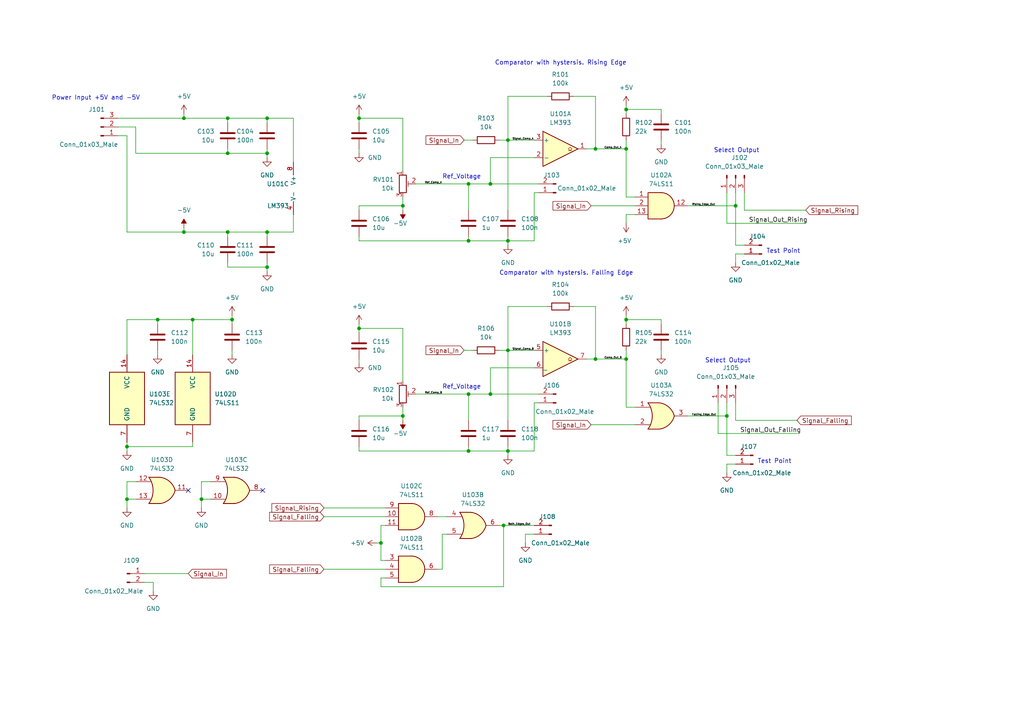
<source format=kicad_sch>
(kicad_sch (version 20211123) (generator eeschema)

  (uuid b87ec9d8-771d-40d6-860e-4c10bb434d0b)

  (paper "A4")

  (title_block
    (title "Digital Delay Rising Edge and Falling Edge ")
    (date "2022-07-09")
    (rev "1")
  )

  (lib_symbols
    (symbol "74xx:74LS11" (pin_names (offset 1.016)) (in_bom yes) (on_board yes)
      (property "Reference" "U" (id 0) (at 0 1.27 0)
        (effects (font (size 1.27 1.27)))
      )
      (property "Value" "74LS11" (id 1) (at 0 -1.27 0)
        (effects (font (size 1.27 1.27)))
      )
      (property "Footprint" "" (id 2) (at 0 0 0)
        (effects (font (size 1.27 1.27)) hide)
      )
      (property "Datasheet" "http://www.ti.com/lit/gpn/sn74LS11" (id 3) (at 0 0 0)
        (effects (font (size 1.27 1.27)) hide)
      )
      (property "ki_locked" "" (id 4) (at 0 0 0)
        (effects (font (size 1.27 1.27)))
      )
      (property "ki_keywords" "TTL And3" (id 5) (at 0 0 0)
        (effects (font (size 1.27 1.27)) hide)
      )
      (property "ki_description" "Triple 3-input AND" (id 6) (at 0 0 0)
        (effects (font (size 1.27 1.27)) hide)
      )
      (property "ki_fp_filters" "DIP*W7.62mm*" (id 7) (at 0 0 0)
        (effects (font (size 1.27 1.27)) hide)
      )
      (symbol "74LS11_1_1"
        (arc (start 0 -3.81) (mid 3.81 0) (end 0 3.81)
          (stroke (width 0.254) (type default) (color 0 0 0 0))
          (fill (type background))
        )
        (polyline
          (pts
            (xy 0 3.81)
            (xy -3.81 3.81)
            (xy -3.81 -3.81)
            (xy 0 -3.81)
          )
          (stroke (width 0.254) (type default) (color 0 0 0 0))
          (fill (type background))
        )
        (pin input line (at -7.62 2.54 0) (length 3.81)
          (name "~" (effects (font (size 1.27 1.27))))
          (number "1" (effects (font (size 1.27 1.27))))
        )
        (pin output line (at 7.62 0 180) (length 3.81)
          (name "~" (effects (font (size 1.27 1.27))))
          (number "12" (effects (font (size 1.27 1.27))))
        )
        (pin input line (at -7.62 -2.54 0) (length 3.81)
          (name "~" (effects (font (size 1.27 1.27))))
          (number "13" (effects (font (size 1.27 1.27))))
        )
        (pin input line (at -7.62 0 0) (length 3.81)
          (name "~" (effects (font (size 1.27 1.27))))
          (number "2" (effects (font (size 1.27 1.27))))
        )
      )
      (symbol "74LS11_1_2"
        (arc (start -3.81 -3.81) (mid -2.589 0) (end -3.81 3.81)
          (stroke (width 0.254) (type default) (color 0 0 0 0))
          (fill (type none))
        )
        (arc (start -0.6096 -3.81) (mid 2.1842 -2.5851) (end 3.81 0)
          (stroke (width 0.254) (type default) (color 0 0 0 0))
          (fill (type background))
        )
        (polyline
          (pts
            (xy -3.81 -3.81)
            (xy -0.635 -3.81)
          )
          (stroke (width 0.254) (type default) (color 0 0 0 0))
          (fill (type background))
        )
        (polyline
          (pts
            (xy -3.81 3.81)
            (xy -0.635 3.81)
          )
          (stroke (width 0.254) (type default) (color 0 0 0 0))
          (fill (type background))
        )
        (polyline
          (pts
            (xy -0.635 3.81)
            (xy -3.81 3.81)
            (xy -3.81 3.81)
            (xy -3.556 3.4036)
            (xy -3.0226 2.2606)
            (xy -2.6924 1.0414)
            (xy -2.6162 -0.254)
            (xy -2.7686 -1.4986)
            (xy -3.175 -2.7178)
            (xy -3.81 -3.81)
            (xy -3.81 -3.81)
            (xy -0.635 -3.81)
          )
          (stroke (width -25.4) (type default) (color 0 0 0 0))
          (fill (type background))
        )
        (arc (start 3.81 0) (mid 2.1915 2.5936) (end -0.6096 3.81)
          (stroke (width 0.254) (type default) (color 0 0 0 0))
          (fill (type background))
        )
        (pin input inverted (at -7.62 2.54 0) (length 4.318)
          (name "~" (effects (font (size 1.27 1.27))))
          (number "1" (effects (font (size 1.27 1.27))))
        )
        (pin output inverted (at 7.62 0 180) (length 3.81)
          (name "~" (effects (font (size 1.27 1.27))))
          (number "12" (effects (font (size 1.27 1.27))))
        )
        (pin input inverted (at -7.62 -2.54 0) (length 4.318)
          (name "~" (effects (font (size 1.27 1.27))))
          (number "13" (effects (font (size 1.27 1.27))))
        )
        (pin input inverted (at -7.62 0 0) (length 4.953)
          (name "~" (effects (font (size 1.27 1.27))))
          (number "2" (effects (font (size 1.27 1.27))))
        )
      )
      (symbol "74LS11_2_1"
        (arc (start 0 -3.81) (mid 3.81 0) (end 0 3.81)
          (stroke (width 0.254) (type default) (color 0 0 0 0))
          (fill (type background))
        )
        (polyline
          (pts
            (xy 0 3.81)
            (xy -3.81 3.81)
            (xy -3.81 -3.81)
            (xy 0 -3.81)
          )
          (stroke (width 0.254) (type default) (color 0 0 0 0))
          (fill (type background))
        )
        (pin input line (at -7.62 2.54 0) (length 3.81)
          (name "~" (effects (font (size 1.27 1.27))))
          (number "3" (effects (font (size 1.27 1.27))))
        )
        (pin input line (at -7.62 0 0) (length 3.81)
          (name "~" (effects (font (size 1.27 1.27))))
          (number "4" (effects (font (size 1.27 1.27))))
        )
        (pin input line (at -7.62 -2.54 0) (length 3.81)
          (name "~" (effects (font (size 1.27 1.27))))
          (number "5" (effects (font (size 1.27 1.27))))
        )
        (pin output line (at 7.62 0 180) (length 3.81)
          (name "~" (effects (font (size 1.27 1.27))))
          (number "6" (effects (font (size 1.27 1.27))))
        )
      )
      (symbol "74LS11_2_2"
        (arc (start -3.81 -3.81) (mid -2.589 0) (end -3.81 3.81)
          (stroke (width 0.254) (type default) (color 0 0 0 0))
          (fill (type none))
        )
        (arc (start -0.6096 -3.81) (mid 2.1842 -2.5851) (end 3.81 0)
          (stroke (width 0.254) (type default) (color 0 0 0 0))
          (fill (type background))
        )
        (polyline
          (pts
            (xy -3.81 -3.81)
            (xy -0.635 -3.81)
          )
          (stroke (width 0.254) (type default) (color 0 0 0 0))
          (fill (type background))
        )
        (polyline
          (pts
            (xy -3.81 3.81)
            (xy -0.635 3.81)
          )
          (stroke (width 0.254) (type default) (color 0 0 0 0))
          (fill (type background))
        )
        (polyline
          (pts
            (xy -0.635 3.81)
            (xy -3.81 3.81)
            (xy -3.81 3.81)
            (xy -3.556 3.4036)
            (xy -3.0226 2.2606)
            (xy -2.6924 1.0414)
            (xy -2.6162 -0.254)
            (xy -2.7686 -1.4986)
            (xy -3.175 -2.7178)
            (xy -3.81 -3.81)
            (xy -3.81 -3.81)
            (xy -0.635 -3.81)
          )
          (stroke (width -25.4) (type default) (color 0 0 0 0))
          (fill (type background))
        )
        (arc (start 3.81 0) (mid 2.1915 2.5936) (end -0.6096 3.81)
          (stroke (width 0.254) (type default) (color 0 0 0 0))
          (fill (type background))
        )
        (pin input inverted (at -7.62 2.54 0) (length 4.318)
          (name "~" (effects (font (size 1.27 1.27))))
          (number "3" (effects (font (size 1.27 1.27))))
        )
        (pin input inverted (at -7.62 0 0) (length 4.953)
          (name "~" (effects (font (size 1.27 1.27))))
          (number "4" (effects (font (size 1.27 1.27))))
        )
        (pin input inverted (at -7.62 -2.54 0) (length 4.318)
          (name "~" (effects (font (size 1.27 1.27))))
          (number "5" (effects (font (size 1.27 1.27))))
        )
        (pin output inverted (at 7.62 0 180) (length 3.81)
          (name "~" (effects (font (size 1.27 1.27))))
          (number "6" (effects (font (size 1.27 1.27))))
        )
      )
      (symbol "74LS11_3_1"
        (arc (start 0 -3.81) (mid 3.81 0) (end 0 3.81)
          (stroke (width 0.254) (type default) (color 0 0 0 0))
          (fill (type background))
        )
        (polyline
          (pts
            (xy 0 3.81)
            (xy -3.81 3.81)
            (xy -3.81 -3.81)
            (xy 0 -3.81)
          )
          (stroke (width 0.254) (type default) (color 0 0 0 0))
          (fill (type background))
        )
        (pin input line (at -7.62 0 0) (length 3.81)
          (name "~" (effects (font (size 1.27 1.27))))
          (number "10" (effects (font (size 1.27 1.27))))
        )
        (pin input line (at -7.62 -2.54 0) (length 3.81)
          (name "~" (effects (font (size 1.27 1.27))))
          (number "11" (effects (font (size 1.27 1.27))))
        )
        (pin output line (at 7.62 0 180) (length 3.81)
          (name "~" (effects (font (size 1.27 1.27))))
          (number "8" (effects (font (size 1.27 1.27))))
        )
        (pin input line (at -7.62 2.54 0) (length 3.81)
          (name "~" (effects (font (size 1.27 1.27))))
          (number "9" (effects (font (size 1.27 1.27))))
        )
      )
      (symbol "74LS11_3_2"
        (arc (start -3.81 -3.81) (mid -2.589 0) (end -3.81 3.81)
          (stroke (width 0.254) (type default) (color 0 0 0 0))
          (fill (type none))
        )
        (arc (start -0.6096 -3.81) (mid 2.1842 -2.5851) (end 3.81 0)
          (stroke (width 0.254) (type default) (color 0 0 0 0))
          (fill (type background))
        )
        (polyline
          (pts
            (xy -3.81 -3.81)
            (xy -0.635 -3.81)
          )
          (stroke (width 0.254) (type default) (color 0 0 0 0))
          (fill (type background))
        )
        (polyline
          (pts
            (xy -3.81 3.81)
            (xy -0.635 3.81)
          )
          (stroke (width 0.254) (type default) (color 0 0 0 0))
          (fill (type background))
        )
        (polyline
          (pts
            (xy -0.635 3.81)
            (xy -3.81 3.81)
            (xy -3.81 3.81)
            (xy -3.556 3.4036)
            (xy -3.0226 2.2606)
            (xy -2.6924 1.0414)
            (xy -2.6162 -0.254)
            (xy -2.7686 -1.4986)
            (xy -3.175 -2.7178)
            (xy -3.81 -3.81)
            (xy -3.81 -3.81)
            (xy -0.635 -3.81)
          )
          (stroke (width -25.4) (type default) (color 0 0 0 0))
          (fill (type background))
        )
        (arc (start 3.81 0) (mid 2.1915 2.5936) (end -0.6096 3.81)
          (stroke (width 0.254) (type default) (color 0 0 0 0))
          (fill (type background))
        )
        (pin input inverted (at -7.62 0 0) (length 4.953)
          (name "~" (effects (font (size 1.27 1.27))))
          (number "10" (effects (font (size 1.27 1.27))))
        )
        (pin input inverted (at -7.62 -2.54 0) (length 4.318)
          (name "~" (effects (font (size 1.27 1.27))))
          (number "11" (effects (font (size 1.27 1.27))))
        )
        (pin output inverted (at 7.62 0 180) (length 3.81)
          (name "~" (effects (font (size 1.27 1.27))))
          (number "8" (effects (font (size 1.27 1.27))))
        )
        (pin input inverted (at -7.62 2.54 0) (length 4.318)
          (name "~" (effects (font (size 1.27 1.27))))
          (number "9" (effects (font (size 1.27 1.27))))
        )
      )
      (symbol "74LS11_4_0"
        (pin power_in line (at 0 12.7 270) (length 5.08)
          (name "VCC" (effects (font (size 1.27 1.27))))
          (number "14" (effects (font (size 1.27 1.27))))
        )
        (pin power_in line (at 0 -12.7 90) (length 5.08)
          (name "GND" (effects (font (size 1.27 1.27))))
          (number "7" (effects (font (size 1.27 1.27))))
        )
      )
      (symbol "74LS11_4_1"
        (rectangle (start -5.08 7.62) (end 5.08 -7.62)
          (stroke (width 0.254) (type default) (color 0 0 0 0))
          (fill (type background))
        )
      )
    )
    (symbol "74xx:74LS32" (pin_names (offset 1.016)) (in_bom yes) (on_board yes)
      (property "Reference" "U" (id 0) (at 0 1.27 0)
        (effects (font (size 1.27 1.27)))
      )
      (property "Value" "74LS32" (id 1) (at 0 -1.27 0)
        (effects (font (size 1.27 1.27)))
      )
      (property "Footprint" "" (id 2) (at 0 0 0)
        (effects (font (size 1.27 1.27)) hide)
      )
      (property "Datasheet" "http://www.ti.com/lit/gpn/sn74LS32" (id 3) (at 0 0 0)
        (effects (font (size 1.27 1.27)) hide)
      )
      (property "ki_locked" "" (id 4) (at 0 0 0)
        (effects (font (size 1.27 1.27)))
      )
      (property "ki_keywords" "TTL Or2" (id 5) (at 0 0 0)
        (effects (font (size 1.27 1.27)) hide)
      )
      (property "ki_description" "Quad 2-input OR" (id 6) (at 0 0 0)
        (effects (font (size 1.27 1.27)) hide)
      )
      (property "ki_fp_filters" "DIP?14*" (id 7) (at 0 0 0)
        (effects (font (size 1.27 1.27)) hide)
      )
      (symbol "74LS32_1_1"
        (arc (start -3.81 -3.81) (mid -2.589 0) (end -3.81 3.81)
          (stroke (width 0.254) (type default) (color 0 0 0 0))
          (fill (type none))
        )
        (arc (start -0.6096 -3.81) (mid 2.1842 -2.5851) (end 3.81 0)
          (stroke (width 0.254) (type default) (color 0 0 0 0))
          (fill (type background))
        )
        (polyline
          (pts
            (xy -3.81 -3.81)
            (xy -0.635 -3.81)
          )
          (stroke (width 0.254) (type default) (color 0 0 0 0))
          (fill (type background))
        )
        (polyline
          (pts
            (xy -3.81 3.81)
            (xy -0.635 3.81)
          )
          (stroke (width 0.254) (type default) (color 0 0 0 0))
          (fill (type background))
        )
        (polyline
          (pts
            (xy -0.635 3.81)
            (xy -3.81 3.81)
            (xy -3.81 3.81)
            (xy -3.556 3.4036)
            (xy -3.0226 2.2606)
            (xy -2.6924 1.0414)
            (xy -2.6162 -0.254)
            (xy -2.7686 -1.4986)
            (xy -3.175 -2.7178)
            (xy -3.81 -3.81)
            (xy -3.81 -3.81)
            (xy -0.635 -3.81)
          )
          (stroke (width -25.4) (type default) (color 0 0 0 0))
          (fill (type background))
        )
        (arc (start 3.81 0) (mid 2.1915 2.5936) (end -0.6096 3.81)
          (stroke (width 0.254) (type default) (color 0 0 0 0))
          (fill (type background))
        )
        (pin input line (at -7.62 2.54 0) (length 4.318)
          (name "~" (effects (font (size 1.27 1.27))))
          (number "1" (effects (font (size 1.27 1.27))))
        )
        (pin input line (at -7.62 -2.54 0) (length 4.318)
          (name "~" (effects (font (size 1.27 1.27))))
          (number "2" (effects (font (size 1.27 1.27))))
        )
        (pin output line (at 7.62 0 180) (length 3.81)
          (name "~" (effects (font (size 1.27 1.27))))
          (number "3" (effects (font (size 1.27 1.27))))
        )
      )
      (symbol "74LS32_1_2"
        (arc (start 0 -3.81) (mid 3.81 0) (end 0 3.81)
          (stroke (width 0.254) (type default) (color 0 0 0 0))
          (fill (type background))
        )
        (polyline
          (pts
            (xy 0 3.81)
            (xy -3.81 3.81)
            (xy -3.81 -3.81)
            (xy 0 -3.81)
          )
          (stroke (width 0.254) (type default) (color 0 0 0 0))
          (fill (type background))
        )
        (pin input inverted (at -7.62 2.54 0) (length 3.81)
          (name "~" (effects (font (size 1.27 1.27))))
          (number "1" (effects (font (size 1.27 1.27))))
        )
        (pin input inverted (at -7.62 -2.54 0) (length 3.81)
          (name "~" (effects (font (size 1.27 1.27))))
          (number "2" (effects (font (size 1.27 1.27))))
        )
        (pin output inverted (at 7.62 0 180) (length 3.81)
          (name "~" (effects (font (size 1.27 1.27))))
          (number "3" (effects (font (size 1.27 1.27))))
        )
      )
      (symbol "74LS32_2_1"
        (arc (start -3.81 -3.81) (mid -2.589 0) (end -3.81 3.81)
          (stroke (width 0.254) (type default) (color 0 0 0 0))
          (fill (type none))
        )
        (arc (start -0.6096 -3.81) (mid 2.1842 -2.5851) (end 3.81 0)
          (stroke (width 0.254) (type default) (color 0 0 0 0))
          (fill (type background))
        )
        (polyline
          (pts
            (xy -3.81 -3.81)
            (xy -0.635 -3.81)
          )
          (stroke (width 0.254) (type default) (color 0 0 0 0))
          (fill (type background))
        )
        (polyline
          (pts
            (xy -3.81 3.81)
            (xy -0.635 3.81)
          )
          (stroke (width 0.254) (type default) (color 0 0 0 0))
          (fill (type background))
        )
        (polyline
          (pts
            (xy -0.635 3.81)
            (xy -3.81 3.81)
            (xy -3.81 3.81)
            (xy -3.556 3.4036)
            (xy -3.0226 2.2606)
            (xy -2.6924 1.0414)
            (xy -2.6162 -0.254)
            (xy -2.7686 -1.4986)
            (xy -3.175 -2.7178)
            (xy -3.81 -3.81)
            (xy -3.81 -3.81)
            (xy -0.635 -3.81)
          )
          (stroke (width -25.4) (type default) (color 0 0 0 0))
          (fill (type background))
        )
        (arc (start 3.81 0) (mid 2.1915 2.5936) (end -0.6096 3.81)
          (stroke (width 0.254) (type default) (color 0 0 0 0))
          (fill (type background))
        )
        (pin input line (at -7.62 2.54 0) (length 4.318)
          (name "~" (effects (font (size 1.27 1.27))))
          (number "4" (effects (font (size 1.27 1.27))))
        )
        (pin input line (at -7.62 -2.54 0) (length 4.318)
          (name "~" (effects (font (size 1.27 1.27))))
          (number "5" (effects (font (size 1.27 1.27))))
        )
        (pin output line (at 7.62 0 180) (length 3.81)
          (name "~" (effects (font (size 1.27 1.27))))
          (number "6" (effects (font (size 1.27 1.27))))
        )
      )
      (symbol "74LS32_2_2"
        (arc (start 0 -3.81) (mid 3.81 0) (end 0 3.81)
          (stroke (width 0.254) (type default) (color 0 0 0 0))
          (fill (type background))
        )
        (polyline
          (pts
            (xy 0 3.81)
            (xy -3.81 3.81)
            (xy -3.81 -3.81)
            (xy 0 -3.81)
          )
          (stroke (width 0.254) (type default) (color 0 0 0 0))
          (fill (type background))
        )
        (pin input inverted (at -7.62 2.54 0) (length 3.81)
          (name "~" (effects (font (size 1.27 1.27))))
          (number "4" (effects (font (size 1.27 1.27))))
        )
        (pin input inverted (at -7.62 -2.54 0) (length 3.81)
          (name "~" (effects (font (size 1.27 1.27))))
          (number "5" (effects (font (size 1.27 1.27))))
        )
        (pin output inverted (at 7.62 0 180) (length 3.81)
          (name "~" (effects (font (size 1.27 1.27))))
          (number "6" (effects (font (size 1.27 1.27))))
        )
      )
      (symbol "74LS32_3_1"
        (arc (start -3.81 -3.81) (mid -2.589 0) (end -3.81 3.81)
          (stroke (width 0.254) (type default) (color 0 0 0 0))
          (fill (type none))
        )
        (arc (start -0.6096 -3.81) (mid 2.1842 -2.5851) (end 3.81 0)
          (stroke (width 0.254) (type default) (color 0 0 0 0))
          (fill (type background))
        )
        (polyline
          (pts
            (xy -3.81 -3.81)
            (xy -0.635 -3.81)
          )
          (stroke (width 0.254) (type default) (color 0 0 0 0))
          (fill (type background))
        )
        (polyline
          (pts
            (xy -3.81 3.81)
            (xy -0.635 3.81)
          )
          (stroke (width 0.254) (type default) (color 0 0 0 0))
          (fill (type background))
        )
        (polyline
          (pts
            (xy -0.635 3.81)
            (xy -3.81 3.81)
            (xy -3.81 3.81)
            (xy -3.556 3.4036)
            (xy -3.0226 2.2606)
            (xy -2.6924 1.0414)
            (xy -2.6162 -0.254)
            (xy -2.7686 -1.4986)
            (xy -3.175 -2.7178)
            (xy -3.81 -3.81)
            (xy -3.81 -3.81)
            (xy -0.635 -3.81)
          )
          (stroke (width -25.4) (type default) (color 0 0 0 0))
          (fill (type background))
        )
        (arc (start 3.81 0) (mid 2.1915 2.5936) (end -0.6096 3.81)
          (stroke (width 0.254) (type default) (color 0 0 0 0))
          (fill (type background))
        )
        (pin input line (at -7.62 -2.54 0) (length 4.318)
          (name "~" (effects (font (size 1.27 1.27))))
          (number "10" (effects (font (size 1.27 1.27))))
        )
        (pin output line (at 7.62 0 180) (length 3.81)
          (name "~" (effects (font (size 1.27 1.27))))
          (number "8" (effects (font (size 1.27 1.27))))
        )
        (pin input line (at -7.62 2.54 0) (length 4.318)
          (name "~" (effects (font (size 1.27 1.27))))
          (number "9" (effects (font (size 1.27 1.27))))
        )
      )
      (symbol "74LS32_3_2"
        (arc (start 0 -3.81) (mid 3.81 0) (end 0 3.81)
          (stroke (width 0.254) (type default) (color 0 0 0 0))
          (fill (type background))
        )
        (polyline
          (pts
            (xy 0 3.81)
            (xy -3.81 3.81)
            (xy -3.81 -3.81)
            (xy 0 -3.81)
          )
          (stroke (width 0.254) (type default) (color 0 0 0 0))
          (fill (type background))
        )
        (pin input inverted (at -7.62 -2.54 0) (length 3.81)
          (name "~" (effects (font (size 1.27 1.27))))
          (number "10" (effects (font (size 1.27 1.27))))
        )
        (pin output inverted (at 7.62 0 180) (length 3.81)
          (name "~" (effects (font (size 1.27 1.27))))
          (number "8" (effects (font (size 1.27 1.27))))
        )
        (pin input inverted (at -7.62 2.54 0) (length 3.81)
          (name "~" (effects (font (size 1.27 1.27))))
          (number "9" (effects (font (size 1.27 1.27))))
        )
      )
      (symbol "74LS32_4_1"
        (arc (start -3.81 -3.81) (mid -2.589 0) (end -3.81 3.81)
          (stroke (width 0.254) (type default) (color 0 0 0 0))
          (fill (type none))
        )
        (arc (start -0.6096 -3.81) (mid 2.1842 -2.5851) (end 3.81 0)
          (stroke (width 0.254) (type default) (color 0 0 0 0))
          (fill (type background))
        )
        (polyline
          (pts
            (xy -3.81 -3.81)
            (xy -0.635 -3.81)
          )
          (stroke (width 0.254) (type default) (color 0 0 0 0))
          (fill (type background))
        )
        (polyline
          (pts
            (xy -3.81 3.81)
            (xy -0.635 3.81)
          )
          (stroke (width 0.254) (type default) (color 0 0 0 0))
          (fill (type background))
        )
        (polyline
          (pts
            (xy -0.635 3.81)
            (xy -3.81 3.81)
            (xy -3.81 3.81)
            (xy -3.556 3.4036)
            (xy -3.0226 2.2606)
            (xy -2.6924 1.0414)
            (xy -2.6162 -0.254)
            (xy -2.7686 -1.4986)
            (xy -3.175 -2.7178)
            (xy -3.81 -3.81)
            (xy -3.81 -3.81)
            (xy -0.635 -3.81)
          )
          (stroke (width -25.4) (type default) (color 0 0 0 0))
          (fill (type background))
        )
        (arc (start 3.81 0) (mid 2.1915 2.5936) (end -0.6096 3.81)
          (stroke (width 0.254) (type default) (color 0 0 0 0))
          (fill (type background))
        )
        (pin output line (at 7.62 0 180) (length 3.81)
          (name "~" (effects (font (size 1.27 1.27))))
          (number "11" (effects (font (size 1.27 1.27))))
        )
        (pin input line (at -7.62 2.54 0) (length 4.318)
          (name "~" (effects (font (size 1.27 1.27))))
          (number "12" (effects (font (size 1.27 1.27))))
        )
        (pin input line (at -7.62 -2.54 0) (length 4.318)
          (name "~" (effects (font (size 1.27 1.27))))
          (number "13" (effects (font (size 1.27 1.27))))
        )
      )
      (symbol "74LS32_4_2"
        (arc (start 0 -3.81) (mid 3.81 0) (end 0 3.81)
          (stroke (width 0.254) (type default) (color 0 0 0 0))
          (fill (type background))
        )
        (polyline
          (pts
            (xy 0 3.81)
            (xy -3.81 3.81)
            (xy -3.81 -3.81)
            (xy 0 -3.81)
          )
          (stroke (width 0.254) (type default) (color 0 0 0 0))
          (fill (type background))
        )
        (pin output inverted (at 7.62 0 180) (length 3.81)
          (name "~" (effects (font (size 1.27 1.27))))
          (number "11" (effects (font (size 1.27 1.27))))
        )
        (pin input inverted (at -7.62 2.54 0) (length 3.81)
          (name "~" (effects (font (size 1.27 1.27))))
          (number "12" (effects (font (size 1.27 1.27))))
        )
        (pin input inverted (at -7.62 -2.54 0) (length 3.81)
          (name "~" (effects (font (size 1.27 1.27))))
          (number "13" (effects (font (size 1.27 1.27))))
        )
      )
      (symbol "74LS32_5_0"
        (pin power_in line (at 0 12.7 270) (length 5.08)
          (name "VCC" (effects (font (size 1.27 1.27))))
          (number "14" (effects (font (size 1.27 1.27))))
        )
        (pin power_in line (at 0 -12.7 90) (length 5.08)
          (name "GND" (effects (font (size 1.27 1.27))))
          (number "7" (effects (font (size 1.27 1.27))))
        )
      )
      (symbol "74LS32_5_1"
        (rectangle (start -5.08 7.62) (end 5.08 -7.62)
          (stroke (width 0.254) (type default) (color 0 0 0 0))
          (fill (type background))
        )
      )
    )
    (symbol "Comparator:LM393" (pin_names (offset 0.127)) (in_bom yes) (on_board yes)
      (property "Reference" "U" (id 0) (at 3.81 3.81 0)
        (effects (font (size 1.27 1.27)))
      )
      (property "Value" "LM393" (id 1) (at 6.35 -3.81 0)
        (effects (font (size 1.27 1.27)))
      )
      (property "Footprint" "" (id 2) (at 0 0 0)
        (effects (font (size 1.27 1.27)) hide)
      )
      (property "Datasheet" "http://www.ti.com/lit/ds/symlink/lm393.pdf" (id 3) (at 0 0 0)
        (effects (font (size 1.27 1.27)) hide)
      )
      (property "ki_locked" "" (id 4) (at 0 0 0)
        (effects (font (size 1.27 1.27)))
      )
      (property "ki_keywords" "cmp open collector" (id 5) (at 0 0 0)
        (effects (font (size 1.27 1.27)) hide)
      )
      (property "ki_description" "Low-Power, Low-Offset Voltage, Dual Comparators, DIP-8/SOIC-8/TO-99-8" (id 6) (at 0 0 0)
        (effects (font (size 1.27 1.27)) hide)
      )
      (property "ki_fp_filters" "SOIC*3.9x4.9mm*P1.27mm* DIP*W7.62mm* SOP*5.28x5.23mm*P1.27mm* VSSOP*3.0x3.0mm*P0.65mm* TSSOP*4.4x3mm*P0.65mm*" (id 7) (at 0 0 0)
        (effects (font (size 1.27 1.27)) hide)
      )
      (symbol "LM393_1_1"
        (polyline
          (pts
            (xy -5.08 5.08)
            (xy 5.08 0)
            (xy -5.08 -5.08)
            (xy -5.08 5.08)
          )
          (stroke (width 0.254) (type default) (color 0 0 0 0))
          (fill (type background))
        )
        (polyline
          (pts
            (xy 3.302 -0.508)
            (xy 2.794 -0.508)
            (xy 3.302 0)
            (xy 2.794 0.508)
            (xy 2.286 0)
            (xy 2.794 -0.508)
            (xy 2.286 -0.508)
          )
          (stroke (width 0.127) (type default) (color 0 0 0 0))
          (fill (type none))
        )
        (pin open_collector line (at 7.62 0 180) (length 2.54)
          (name "~" (effects (font (size 1.27 1.27))))
          (number "1" (effects (font (size 1.27 1.27))))
        )
        (pin input line (at -7.62 -2.54 0) (length 2.54)
          (name "-" (effects (font (size 1.27 1.27))))
          (number "2" (effects (font (size 1.27 1.27))))
        )
        (pin input line (at -7.62 2.54 0) (length 2.54)
          (name "+" (effects (font (size 1.27 1.27))))
          (number "3" (effects (font (size 1.27 1.27))))
        )
      )
      (symbol "LM393_2_1"
        (polyline
          (pts
            (xy -5.08 5.08)
            (xy 5.08 0)
            (xy -5.08 -5.08)
            (xy -5.08 5.08)
          )
          (stroke (width 0.254) (type default) (color 0 0 0 0))
          (fill (type background))
        )
        (polyline
          (pts
            (xy 3.302 -0.508)
            (xy 2.794 -0.508)
            (xy 3.302 0)
            (xy 2.794 0.508)
            (xy 2.286 0)
            (xy 2.794 -0.508)
            (xy 2.286 -0.508)
          )
          (stroke (width 0.127) (type default) (color 0 0 0 0))
          (fill (type none))
        )
        (pin input line (at -7.62 2.54 0) (length 2.54)
          (name "+" (effects (font (size 1.27 1.27))))
          (number "5" (effects (font (size 1.27 1.27))))
        )
        (pin input line (at -7.62 -2.54 0) (length 2.54)
          (name "_" (effects (font (size 1.27 1.27))))
          (number "6" (effects (font (size 1.27 1.27))))
        )
        (pin open_collector line (at 7.62 0 180) (length 2.54)
          (name "~" (effects (font (size 1.27 1.27))))
          (number "7" (effects (font (size 1.27 1.27))))
        )
      )
      (symbol "LM393_3_1"
        (pin power_in line (at -2.54 -7.62 90) (length 3.81)
          (name "V-" (effects (font (size 1.27 1.27))))
          (number "4" (effects (font (size 1.27 1.27))))
        )
        (pin power_in line (at -2.54 7.62 270) (length 3.81)
          (name "V+" (effects (font (size 1.27 1.27))))
          (number "8" (effects (font (size 1.27 1.27))))
        )
      )
    )
    (symbol "Connector:Conn_01x02_Male" (pin_names (offset 1.016) hide) (in_bom yes) (on_board yes)
      (property "Reference" "J" (id 0) (at 0 2.54 0)
        (effects (font (size 1.27 1.27)))
      )
      (property "Value" "Conn_01x02_Male" (id 1) (at 0 -5.08 0)
        (effects (font (size 1.27 1.27)))
      )
      (property "Footprint" "" (id 2) (at 0 0 0)
        (effects (font (size 1.27 1.27)) hide)
      )
      (property "Datasheet" "~" (id 3) (at 0 0 0)
        (effects (font (size 1.27 1.27)) hide)
      )
      (property "ki_keywords" "connector" (id 4) (at 0 0 0)
        (effects (font (size 1.27 1.27)) hide)
      )
      (property "ki_description" "Generic connector, single row, 01x02, script generated (kicad-library-utils/schlib/autogen/connector/)" (id 5) (at 0 0 0)
        (effects (font (size 1.27 1.27)) hide)
      )
      (property "ki_fp_filters" "Connector*:*_1x??_*" (id 6) (at 0 0 0)
        (effects (font (size 1.27 1.27)) hide)
      )
      (symbol "Conn_01x02_Male_1_1"
        (polyline
          (pts
            (xy 1.27 -2.54)
            (xy 0.8636 -2.54)
          )
          (stroke (width 0.1524) (type default) (color 0 0 0 0))
          (fill (type none))
        )
        (polyline
          (pts
            (xy 1.27 0)
            (xy 0.8636 0)
          )
          (stroke (width 0.1524) (type default) (color 0 0 0 0))
          (fill (type none))
        )
        (rectangle (start 0.8636 -2.413) (end 0 -2.667)
          (stroke (width 0.1524) (type default) (color 0 0 0 0))
          (fill (type outline))
        )
        (rectangle (start 0.8636 0.127) (end 0 -0.127)
          (stroke (width 0.1524) (type default) (color 0 0 0 0))
          (fill (type outline))
        )
        (pin passive line (at 5.08 0 180) (length 3.81)
          (name "Pin_1" (effects (font (size 1.27 1.27))))
          (number "1" (effects (font (size 1.27 1.27))))
        )
        (pin passive line (at 5.08 -2.54 180) (length 3.81)
          (name "Pin_2" (effects (font (size 1.27 1.27))))
          (number "2" (effects (font (size 1.27 1.27))))
        )
      )
    )
    (symbol "Connector:Conn_01x03_Male" (pin_names (offset 1.016) hide) (in_bom yes) (on_board yes)
      (property "Reference" "J" (id 0) (at 0 5.08 0)
        (effects (font (size 1.27 1.27)))
      )
      (property "Value" "Conn_01x03_Male" (id 1) (at 0 -5.08 0)
        (effects (font (size 1.27 1.27)))
      )
      (property "Footprint" "" (id 2) (at 0 0 0)
        (effects (font (size 1.27 1.27)) hide)
      )
      (property "Datasheet" "~" (id 3) (at 0 0 0)
        (effects (font (size 1.27 1.27)) hide)
      )
      (property "ki_keywords" "connector" (id 4) (at 0 0 0)
        (effects (font (size 1.27 1.27)) hide)
      )
      (property "ki_description" "Generic connector, single row, 01x03, script generated (kicad-library-utils/schlib/autogen/connector/)" (id 5) (at 0 0 0)
        (effects (font (size 1.27 1.27)) hide)
      )
      (property "ki_fp_filters" "Connector*:*_1x??_*" (id 6) (at 0 0 0)
        (effects (font (size 1.27 1.27)) hide)
      )
      (symbol "Conn_01x03_Male_1_1"
        (polyline
          (pts
            (xy 1.27 -2.54)
            (xy 0.8636 -2.54)
          )
          (stroke (width 0.1524) (type default) (color 0 0 0 0))
          (fill (type none))
        )
        (polyline
          (pts
            (xy 1.27 0)
            (xy 0.8636 0)
          )
          (stroke (width 0.1524) (type default) (color 0 0 0 0))
          (fill (type none))
        )
        (polyline
          (pts
            (xy 1.27 2.54)
            (xy 0.8636 2.54)
          )
          (stroke (width 0.1524) (type default) (color 0 0 0 0))
          (fill (type none))
        )
        (rectangle (start 0.8636 -2.413) (end 0 -2.667)
          (stroke (width 0.1524) (type default) (color 0 0 0 0))
          (fill (type outline))
        )
        (rectangle (start 0.8636 0.127) (end 0 -0.127)
          (stroke (width 0.1524) (type default) (color 0 0 0 0))
          (fill (type outline))
        )
        (rectangle (start 0.8636 2.667) (end 0 2.413)
          (stroke (width 0.1524) (type default) (color 0 0 0 0))
          (fill (type outline))
        )
        (pin passive line (at 5.08 2.54 180) (length 3.81)
          (name "Pin_1" (effects (font (size 1.27 1.27))))
          (number "1" (effects (font (size 1.27 1.27))))
        )
        (pin passive line (at 5.08 0 180) (length 3.81)
          (name "Pin_2" (effects (font (size 1.27 1.27))))
          (number "2" (effects (font (size 1.27 1.27))))
        )
        (pin passive line (at 5.08 -2.54 180) (length 3.81)
          (name "Pin_3" (effects (font (size 1.27 1.27))))
          (number "3" (effects (font (size 1.27 1.27))))
        )
      )
    )
    (symbol "Device:C" (pin_numbers hide) (pin_names (offset 0.254)) (in_bom yes) (on_board yes)
      (property "Reference" "C" (id 0) (at 0.635 2.54 0)
        (effects (font (size 1.27 1.27)) (justify left))
      )
      (property "Value" "C" (id 1) (at 0.635 -2.54 0)
        (effects (font (size 1.27 1.27)) (justify left))
      )
      (property "Footprint" "" (id 2) (at 0.9652 -3.81 0)
        (effects (font (size 1.27 1.27)) hide)
      )
      (property "Datasheet" "~" (id 3) (at 0 0 0)
        (effects (font (size 1.27 1.27)) hide)
      )
      (property "ki_keywords" "cap capacitor" (id 4) (at 0 0 0)
        (effects (font (size 1.27 1.27)) hide)
      )
      (property "ki_description" "Unpolarized capacitor" (id 5) (at 0 0 0)
        (effects (font (size 1.27 1.27)) hide)
      )
      (property "ki_fp_filters" "C_*" (id 6) (at 0 0 0)
        (effects (font (size 1.27 1.27)) hide)
      )
      (symbol "C_0_1"
        (polyline
          (pts
            (xy -2.032 -0.762)
            (xy 2.032 -0.762)
          )
          (stroke (width 0.508) (type default) (color 0 0 0 0))
          (fill (type none))
        )
        (polyline
          (pts
            (xy -2.032 0.762)
            (xy 2.032 0.762)
          )
          (stroke (width 0.508) (type default) (color 0 0 0 0))
          (fill (type none))
        )
      )
      (symbol "C_1_1"
        (pin passive line (at 0 3.81 270) (length 2.794)
          (name "~" (effects (font (size 1.27 1.27))))
          (number "1" (effects (font (size 1.27 1.27))))
        )
        (pin passive line (at 0 -3.81 90) (length 2.794)
          (name "~" (effects (font (size 1.27 1.27))))
          (number "2" (effects (font (size 1.27 1.27))))
        )
      )
    )
    (symbol "Device:R" (pin_numbers hide) (pin_names (offset 0)) (in_bom yes) (on_board yes)
      (property "Reference" "R" (id 0) (at 2.032 0 90)
        (effects (font (size 1.27 1.27)))
      )
      (property "Value" "R" (id 1) (at 0 0 90)
        (effects (font (size 1.27 1.27)))
      )
      (property "Footprint" "" (id 2) (at -1.778 0 90)
        (effects (font (size 1.27 1.27)) hide)
      )
      (property "Datasheet" "~" (id 3) (at 0 0 0)
        (effects (font (size 1.27 1.27)) hide)
      )
      (property "ki_keywords" "R res resistor" (id 4) (at 0 0 0)
        (effects (font (size 1.27 1.27)) hide)
      )
      (property "ki_description" "Resistor" (id 5) (at 0 0 0)
        (effects (font (size 1.27 1.27)) hide)
      )
      (property "ki_fp_filters" "R_*" (id 6) (at 0 0 0)
        (effects (font (size 1.27 1.27)) hide)
      )
      (symbol "R_0_1"
        (rectangle (start -1.016 -2.54) (end 1.016 2.54)
          (stroke (width 0.254) (type default) (color 0 0 0 0))
          (fill (type none))
        )
      )
      (symbol "R_1_1"
        (pin passive line (at 0 3.81 270) (length 1.27)
          (name "~" (effects (font (size 1.27 1.27))))
          (number "1" (effects (font (size 1.27 1.27))))
        )
        (pin passive line (at 0 -3.81 90) (length 1.27)
          (name "~" (effects (font (size 1.27 1.27))))
          (number "2" (effects (font (size 1.27 1.27))))
        )
      )
    )
    (symbol "Device:R_Potentiometer_Trim" (pin_names (offset 1.016) hide) (in_bom yes) (on_board yes)
      (property "Reference" "RV" (id 0) (at -4.445 0 90)
        (effects (font (size 1.27 1.27)))
      )
      (property "Value" "R_Potentiometer_Trim" (id 1) (at -2.54 0 90)
        (effects (font (size 1.27 1.27)))
      )
      (property "Footprint" "" (id 2) (at 0 0 0)
        (effects (font (size 1.27 1.27)) hide)
      )
      (property "Datasheet" "~" (id 3) (at 0 0 0)
        (effects (font (size 1.27 1.27)) hide)
      )
      (property "ki_keywords" "resistor variable trimpot trimmer" (id 4) (at 0 0 0)
        (effects (font (size 1.27 1.27)) hide)
      )
      (property "ki_description" "Trim-potentiometer" (id 5) (at 0 0 0)
        (effects (font (size 1.27 1.27)) hide)
      )
      (property "ki_fp_filters" "Potentiometer*" (id 6) (at 0 0 0)
        (effects (font (size 1.27 1.27)) hide)
      )
      (symbol "R_Potentiometer_Trim_0_1"
        (polyline
          (pts
            (xy 1.524 0.762)
            (xy 1.524 -0.762)
          )
          (stroke (width 0) (type default) (color 0 0 0 0))
          (fill (type none))
        )
        (polyline
          (pts
            (xy 2.54 0)
            (xy 1.524 0)
          )
          (stroke (width 0) (type default) (color 0 0 0 0))
          (fill (type none))
        )
        (rectangle (start 1.016 2.54) (end -1.016 -2.54)
          (stroke (width 0.254) (type default) (color 0 0 0 0))
          (fill (type none))
        )
      )
      (symbol "R_Potentiometer_Trim_1_1"
        (pin passive line (at 0 3.81 270) (length 1.27)
          (name "1" (effects (font (size 1.27 1.27))))
          (number "1" (effects (font (size 1.27 1.27))))
        )
        (pin passive line (at 3.81 0 180) (length 1.27)
          (name "2" (effects (font (size 1.27 1.27))))
          (number "2" (effects (font (size 1.27 1.27))))
        )
        (pin passive line (at 0 -3.81 90) (length 1.27)
          (name "3" (effects (font (size 1.27 1.27))))
          (number "3" (effects (font (size 1.27 1.27))))
        )
      )
    )
    (symbol "power:+5V" (power) (pin_names (offset 0)) (in_bom yes) (on_board yes)
      (property "Reference" "#PWR" (id 0) (at 0 -3.81 0)
        (effects (font (size 1.27 1.27)) hide)
      )
      (property "Value" "+5V" (id 1) (at 0 3.556 0)
        (effects (font (size 1.27 1.27)))
      )
      (property "Footprint" "" (id 2) (at 0 0 0)
        (effects (font (size 1.27 1.27)) hide)
      )
      (property "Datasheet" "" (id 3) (at 0 0 0)
        (effects (font (size 1.27 1.27)) hide)
      )
      (property "ki_keywords" "power-flag" (id 4) (at 0 0 0)
        (effects (font (size 1.27 1.27)) hide)
      )
      (property "ki_description" "Power symbol creates a global label with name \"+5V\"" (id 5) (at 0 0 0)
        (effects (font (size 1.27 1.27)) hide)
      )
      (symbol "+5V_0_1"
        (polyline
          (pts
            (xy -0.762 1.27)
            (xy 0 2.54)
          )
          (stroke (width 0) (type default) (color 0 0 0 0))
          (fill (type none))
        )
        (polyline
          (pts
            (xy 0 0)
            (xy 0 2.54)
          )
          (stroke (width 0) (type default) (color 0 0 0 0))
          (fill (type none))
        )
        (polyline
          (pts
            (xy 0 2.54)
            (xy 0.762 1.27)
          )
          (stroke (width 0) (type default) (color 0 0 0 0))
          (fill (type none))
        )
      )
      (symbol "+5V_1_1"
        (pin power_in line (at 0 0 90) (length 0) hide
          (name "+5V" (effects (font (size 1.27 1.27))))
          (number "1" (effects (font (size 1.27 1.27))))
        )
      )
    )
    (symbol "power:-5V" (power) (pin_names (offset 0)) (in_bom yes) (on_board yes)
      (property "Reference" "#PWR" (id 0) (at 0 2.54 0)
        (effects (font (size 1.27 1.27)) hide)
      )
      (property "Value" "-5V" (id 1) (at 0 3.81 0)
        (effects (font (size 1.27 1.27)))
      )
      (property "Footprint" "" (id 2) (at 0 0 0)
        (effects (font (size 1.27 1.27)) hide)
      )
      (property "Datasheet" "" (id 3) (at 0 0 0)
        (effects (font (size 1.27 1.27)) hide)
      )
      (property "ki_keywords" "power-flag" (id 4) (at 0 0 0)
        (effects (font (size 1.27 1.27)) hide)
      )
      (property "ki_description" "Power symbol creates a global label with name \"-5V\"" (id 5) (at 0 0 0)
        (effects (font (size 1.27 1.27)) hide)
      )
      (symbol "-5V_0_0"
        (pin power_in line (at 0 0 90) (length 0) hide
          (name "-5V" (effects (font (size 1.27 1.27))))
          (number "1" (effects (font (size 1.27 1.27))))
        )
      )
      (symbol "-5V_0_1"
        (polyline
          (pts
            (xy 0 0)
            (xy 0 1.27)
            (xy 0.762 1.27)
            (xy 0 2.54)
            (xy -0.762 1.27)
            (xy 0 1.27)
          )
          (stroke (width 0) (type default) (color 0 0 0 0))
          (fill (type outline))
        )
      )
    )
    (symbol "power:GND" (power) (pin_names (offset 0)) (in_bom yes) (on_board yes)
      (property "Reference" "#PWR" (id 0) (at 0 -6.35 0)
        (effects (font (size 1.27 1.27)) hide)
      )
      (property "Value" "GND" (id 1) (at 0 -3.81 0)
        (effects (font (size 1.27 1.27)))
      )
      (property "Footprint" "" (id 2) (at 0 0 0)
        (effects (font (size 1.27 1.27)) hide)
      )
      (property "Datasheet" "" (id 3) (at 0 0 0)
        (effects (font (size 1.27 1.27)) hide)
      )
      (property "ki_keywords" "power-flag" (id 4) (at 0 0 0)
        (effects (font (size 1.27 1.27)) hide)
      )
      (property "ki_description" "Power symbol creates a global label with name \"GND\" , ground" (id 5) (at 0 0 0)
        (effects (font (size 1.27 1.27)) hide)
      )
      (symbol "GND_0_1"
        (polyline
          (pts
            (xy 0 0)
            (xy 0 -1.27)
            (xy 1.27 -1.27)
            (xy 0 -2.54)
            (xy -1.27 -1.27)
            (xy 0 -1.27)
          )
          (stroke (width 0) (type default) (color 0 0 0 0))
          (fill (type none))
        )
      )
      (symbol "GND_1_1"
        (pin power_in line (at 0 0 270) (length 0) hide
          (name "GND" (effects (font (size 1.27 1.27))))
          (number "1" (effects (font (size 1.27 1.27))))
        )
      )
    )
  )

  (junction (at 77.47 44.45) (diameter 0) (color 0 0 0 0)
    (uuid 08076903-d365-4d14-a632-3af7ded0c193)
  )
  (junction (at 147.32 69.85) (diameter 0) (color 0 0 0 0)
    (uuid 13a861a0-0ab0-4ed6-8cb9-06be1a5a7d75)
  )
  (junction (at 45.72 92.71) (diameter 0) (color 0 0 0 0)
    (uuid 15e8e947-2a0c-49d2-9d2f-28c8ab912aab)
  )
  (junction (at 135.89 130.81) (diameter 0) (color 0 0 0 0)
    (uuid 208d0e7b-065f-4616-b957-a871f1c18dfa)
  )
  (junction (at 53.34 67.31) (diameter 0) (color 0 0 0 0)
    (uuid 23fad571-acfd-400c-b554-5d4f0ed36528)
  )
  (junction (at 135.89 69.85) (diameter 0) (color 0 0 0 0)
    (uuid 34fbb282-8c6c-4c9b-a766-ba55c1d6822d)
  )
  (junction (at 77.47 34.29) (diameter 0) (color 0 0 0 0)
    (uuid 3a5a50c5-50ac-43c2-bf74-32a368a44471)
  )
  (junction (at 116.84 59.69) (diameter 0) (color 0 0 0 0)
    (uuid 50eace20-63ee-432b-84e7-0dd53b9c023b)
  )
  (junction (at 135.89 114.3) (diameter 0) (color 0 0 0 0)
    (uuid 598c1da0-7665-4e21-8f8c-3478aceb9393)
  )
  (junction (at 67.31 92.71) (diameter 0) (color 0 0 0 0)
    (uuid 59dbcafa-6803-4ddb-8050-095de10cd72f)
  )
  (junction (at 147.32 40.64) (diameter 0) (color 0 0 0 0)
    (uuid 5dfaa78e-42a5-4362-909b-170b62e30052)
  )
  (junction (at 147.32 130.81) (diameter 0) (color 0 0 0 0)
    (uuid 6277acde-0173-47cf-9dad-dc52b8c3841f)
  )
  (junction (at 142.24 114.3) (diameter 0) (color 0 0 0 0)
    (uuid 649cd9d3-be88-48e5-afc2-c764de30a315)
  )
  (junction (at 181.61 92.71) (diameter 0) (color 0 0 0 0)
    (uuid 67ac38e1-ad54-49df-9813-77ee86fcc7a9)
  )
  (junction (at 66.04 44.45) (diameter 0) (color 0 0 0 0)
    (uuid 70d1cf6d-ba5a-4ecb-ada8-9a300018a277)
  )
  (junction (at 181.61 43.18) (diameter 0) (color 0 0 0 0)
    (uuid 7808c71e-7a65-4fe9-8434-3b39e4fb6a54)
  )
  (junction (at 172.72 43.18) (diameter 0) (color 0 0 0 0)
    (uuid 7e9d2de2-8f0b-4037-8112-c8c177a03298)
  )
  (junction (at 210.82 120.65) (diameter 0) (color 0 0 0 0)
    (uuid 814171de-4123-4160-b8f4-9ddd57d4c133)
  )
  (junction (at 181.61 31.75) (diameter 0) (color 0 0 0 0)
    (uuid 842cd02d-c04b-4088-b167-35f442ec9e79)
  )
  (junction (at 66.04 67.31) (diameter 0) (color 0 0 0 0)
    (uuid 8cd35762-50dd-4532-b812-18aa323e61f8)
  )
  (junction (at 77.47 77.47) (diameter 0) (color 0 0 0 0)
    (uuid 8fd21fd8-08a9-4ecd-90f2-db4bf6b3b600)
  )
  (junction (at 135.89 53.34) (diameter 0) (color 0 0 0 0)
    (uuid 96679d5d-f284-472d-b96a-21beaaf57367)
  )
  (junction (at 66.04 34.29) (diameter 0) (color 0 0 0 0)
    (uuid 98ff0fb4-7cd3-4b7c-bd08-afc05ec5036e)
  )
  (junction (at 181.61 104.14) (diameter 0) (color 0 0 0 0)
    (uuid 99c4ab4f-221c-4321-8444-40da76d5dbc2)
  )
  (junction (at 104.14 34.29) (diameter 0) (color 0 0 0 0)
    (uuid 9cabedb1-2d2a-45d5-8c53-a85e08d9d1ac)
  )
  (junction (at 55.88 92.71) (diameter 0) (color 0 0 0 0)
    (uuid 9ec7792d-3a7f-466a-8c04-855868ee4970)
  )
  (junction (at 77.47 67.31) (diameter 0) (color 0 0 0 0)
    (uuid 9f2d7153-5927-4856-91f7-a81e5c69c7f0)
  )
  (junction (at 36.83 144.78) (diameter 0) (color 0 0 0 0)
    (uuid a55af532-6873-48e1-ab9c-e65c7d40cd31)
  )
  (junction (at 213.36 59.69) (diameter 0) (color 0 0 0 0)
    (uuid a8f74bdf-9922-4d92-abce-f917e9190f8b)
  )
  (junction (at 110.49 157.48) (diameter 0) (color 0 0 0 0)
    (uuid ae805017-c769-45a1-a0f9-71c8f845ab9c)
  )
  (junction (at 116.84 120.65) (diameter 0) (color 0 0 0 0)
    (uuid c210caff-fe0f-4252-ae3e-97b437b93070)
  )
  (junction (at 58.42 144.78) (diameter 0) (color 0 0 0 0)
    (uuid c4036b89-3116-4c8f-9a9d-7c9fcfbca1f6)
  )
  (junction (at 172.72 104.14) (diameter 0) (color 0 0 0 0)
    (uuid cbb81472-bfab-4785-b9d5-fd740d55ebc5)
  )
  (junction (at 146.05 152.4) (diameter 0) (color 0 0 0 0)
    (uuid cbbdd4fa-a301-4185-ad82-956c658bb841)
  )
  (junction (at 53.34 34.29) (diameter 0) (color 0 0 0 0)
    (uuid e33f6c5c-8dc6-418d-bf13-f6fd92c1dfe5)
  )
  (junction (at 147.32 101.6) (diameter 0) (color 0 0 0 0)
    (uuid e973dedb-9124-4fbd-9d5f-23b5174f7d3c)
  )
  (junction (at 36.83 129.54) (diameter 0) (color 0 0 0 0)
    (uuid ef655eb6-3794-4da5-981e-0c1220c49edb)
  )
  (junction (at 104.14 95.25) (diameter 0) (color 0 0 0 0)
    (uuid f0703cea-8111-4772-9282-872b30c9bbd6)
  )
  (junction (at 142.24 53.34) (diameter 0) (color 0 0 0 0)
    (uuid f43dbc24-b16f-4e36-9220-93c6b8cb35e9)
  )

  (no_connect (at 54.61 142.24) (uuid 00fa27c1-32d0-4d5b-9e03-2ac7545ff7be))
  (no_connect (at 76.2 142.24) (uuid 00fa27c1-32d0-4d5b-9e03-2ac7545ff7bf))

  (wire (pts (xy 116.84 120.65) (xy 116.84 121.92))
    (stroke (width 0) (type default) (color 0 0 0 0))
    (uuid 061faf1b-2344-490b-9ed2-8d80be4bdf1d)
  )
  (wire (pts (xy 45.72 93.98) (xy 45.72 92.71))
    (stroke (width 0) (type default) (color 0 0 0 0))
    (uuid 068d7703-09fa-4e1c-a5b2-ddcb41faaabd)
  )
  (wire (pts (xy 104.14 60.96) (xy 104.14 59.69))
    (stroke (width 0) (type default) (color 0 0 0 0))
    (uuid 07b3981d-76ae-4803-a85b-9583f212564f)
  )
  (wire (pts (xy 181.61 62.23) (xy 184.15 62.23))
    (stroke (width 0) (type default) (color 0 0 0 0))
    (uuid 08be8bf5-3fd4-4529-9cd6-c8eb089f4869)
  )
  (wire (pts (xy 181.61 64.77) (xy 181.61 62.23))
    (stroke (width 0) (type default) (color 0 0 0 0))
    (uuid 0a68dabd-ce68-4718-9c78-f5b3103e0af6)
  )
  (wire (pts (xy 77.47 67.31) (xy 77.47 68.58))
    (stroke (width 0) (type default) (color 0 0 0 0))
    (uuid 0de92e97-6f4c-4a89-947f-489b91154cd3)
  )
  (wire (pts (xy 36.83 144.78) (xy 36.83 147.32))
    (stroke (width 0) (type default) (color 0 0 0 0))
    (uuid 0f93241f-e44d-424f-bce5-d3e3ec7a10dc)
  )
  (wire (pts (xy 154.94 116.84) (xy 156.21 116.84))
    (stroke (width 0) (type default) (color 0 0 0 0))
    (uuid 1019c7ec-9f54-4575-8fc2-7a0c54441bbf)
  )
  (wire (pts (xy 116.84 57.15) (xy 116.84 59.69))
    (stroke (width 0) (type default) (color 0 0 0 0))
    (uuid 11068bde-c335-42e7-8e82-168ae91273e6)
  )
  (wire (pts (xy 39.37 44.45) (xy 66.04 44.45))
    (stroke (width 0) (type default) (color 0 0 0 0))
    (uuid 119fd7e8-4ed7-47b9-87ea-078e3470c4c8)
  )
  (wire (pts (xy 116.84 34.29) (xy 116.84 49.53))
    (stroke (width 0) (type default) (color 0 0 0 0))
    (uuid 143c4db0-e950-4fe3-b94a-5a08aab8b121)
  )
  (wire (pts (xy 147.32 40.64) (xy 154.94 40.64))
    (stroke (width 0) (type default) (color 0 0 0 0))
    (uuid 161b6c0b-88aa-4cfa-af7b-30a8d06c6fa1)
  )
  (wire (pts (xy 191.77 101.6) (xy 191.77 102.87))
    (stroke (width 0) (type default) (color 0 0 0 0))
    (uuid 16953d69-1dbf-4212-b546-05aaa0a0dce8)
  )
  (wire (pts (xy 181.61 40.64) (xy 181.61 43.18))
    (stroke (width 0) (type default) (color 0 0 0 0))
    (uuid 176233e1-3d2d-4b62-b5e7-609902698c66)
  )
  (wire (pts (xy 129.54 154.94) (xy 128.27 154.94))
    (stroke (width 0) (type default) (color 0 0 0 0))
    (uuid 17eff060-02db-45f6-89ae-22202c0dbf14)
  )
  (wire (pts (xy 66.04 44.45) (xy 77.47 44.45))
    (stroke (width 0) (type default) (color 0 0 0 0))
    (uuid 1a99e7f8-acae-46fb-8e1d-75c437a8a418)
  )
  (wire (pts (xy 172.72 88.9) (xy 172.72 104.14))
    (stroke (width 0) (type default) (color 0 0 0 0))
    (uuid 1df7238c-9c6b-4f66-b5fb-e52eb39a25cb)
  )
  (wire (pts (xy 213.36 116.84) (xy 213.36 121.92))
    (stroke (width 0) (type default) (color 0 0 0 0))
    (uuid 1e2966f8-faf3-436e-b362-50b6ff4237d5)
  )
  (wire (pts (xy 135.89 68.58) (xy 135.89 69.85))
    (stroke (width 0) (type default) (color 0 0 0 0))
    (uuid 1f71482a-39d5-467e-8eed-478095963e6d)
  )
  (wire (pts (xy 147.32 27.94) (xy 147.32 40.64))
    (stroke (width 0) (type default) (color 0 0 0 0))
    (uuid 1ff7bc3a-683f-46d0-b7a8-2a63d2a7d88d)
  )
  (wire (pts (xy 154.94 130.81) (xy 154.94 116.84))
    (stroke (width 0) (type default) (color 0 0 0 0))
    (uuid 205ae5fd-997f-48ec-9d97-e562b149cc68)
  )
  (wire (pts (xy 135.89 53.34) (xy 135.89 60.96))
    (stroke (width 0) (type default) (color 0 0 0 0))
    (uuid 21b92304-89fe-4585-9b4b-6b53049642b3)
  )
  (wire (pts (xy 172.72 43.18) (xy 181.61 43.18))
    (stroke (width 0) (type default) (color 0 0 0 0))
    (uuid 25b06ac4-b710-4352-b87d-d2f30edc0419)
  )
  (wire (pts (xy 147.32 129.54) (xy 147.32 130.81))
    (stroke (width 0) (type default) (color 0 0 0 0))
    (uuid 28146900-70cc-4933-b47d-339731b9a67d)
  )
  (wire (pts (xy 215.9 55.88) (xy 215.9 60.96))
    (stroke (width 0) (type default) (color 0 0 0 0))
    (uuid 2c9cdcd6-3210-4279-9527-4d8cfce073c1)
  )
  (wire (pts (xy 142.24 45.72) (xy 154.94 45.72))
    (stroke (width 0) (type default) (color 0 0 0 0))
    (uuid 2cd8c992-446d-488f-ac9a-0a6b83aa85ac)
  )
  (wire (pts (xy 152.4 154.94) (xy 152.4 157.48))
    (stroke (width 0) (type default) (color 0 0 0 0))
    (uuid 2da7dc09-9a04-4db6-8b24-2da1189d2116)
  )
  (wire (pts (xy 55.88 92.71) (xy 67.31 92.71))
    (stroke (width 0) (type default) (color 0 0 0 0))
    (uuid 2ef0bb95-79aa-4bd7-a854-3f1a0d396dc8)
  )
  (wire (pts (xy 135.89 114.3) (xy 142.24 114.3))
    (stroke (width 0) (type default) (color 0 0 0 0))
    (uuid 3391f97c-7ca2-4d04-8890-14c164f51349)
  )
  (wire (pts (xy 110.49 167.64) (xy 111.76 167.64))
    (stroke (width 0) (type default) (color 0 0 0 0))
    (uuid 33a040a5-eddb-4398-a74a-333ec25cb94c)
  )
  (wire (pts (xy 104.14 130.81) (xy 135.89 130.81))
    (stroke (width 0) (type default) (color 0 0 0 0))
    (uuid 356f8d05-4bdf-4afe-aa0e-c281584dab7e)
  )
  (wire (pts (xy 147.32 69.85) (xy 147.32 71.12))
    (stroke (width 0) (type default) (color 0 0 0 0))
    (uuid 36c4618d-fd97-4317-84cb-c410257a9dd3)
  )
  (wire (pts (xy 36.83 129.54) (xy 55.88 129.54))
    (stroke (width 0) (type default) (color 0 0 0 0))
    (uuid 37675dc0-cabc-45c2-9c8e-988e86ae5d55)
  )
  (wire (pts (xy 134.62 40.64) (xy 137.16 40.64))
    (stroke (width 0) (type default) (color 0 0 0 0))
    (uuid 38d04a48-e602-4d91-a272-831e6fbc24ab)
  )
  (wire (pts (xy 77.47 67.31) (xy 66.04 67.31))
    (stroke (width 0) (type default) (color 0 0 0 0))
    (uuid 3b20b72c-230c-4b46-9d21-73e7547a9e76)
  )
  (wire (pts (xy 67.31 101.6) (xy 67.31 102.87))
    (stroke (width 0) (type default) (color 0 0 0 0))
    (uuid 3bfa1c28-75bf-4ca8-9840-5fa484dd4c15)
  )
  (wire (pts (xy 66.04 34.29) (xy 66.04 35.56))
    (stroke (width 0) (type default) (color 0 0 0 0))
    (uuid 3c9a8e54-2403-44fa-a036-7369c19ff6b7)
  )
  (wire (pts (xy 142.24 45.72) (xy 142.24 53.34))
    (stroke (width 0) (type default) (color 0 0 0 0))
    (uuid 3ceda1e9-48d0-4ed0-8482-a98432f55503)
  )
  (wire (pts (xy 171.45 123.19) (xy 184.15 123.19))
    (stroke (width 0) (type default) (color 0 0 0 0))
    (uuid 3cfec730-657b-40ac-8b09-6747fdc89f29)
  )
  (wire (pts (xy 146.05 152.4) (xy 154.94 152.4))
    (stroke (width 0) (type default) (color 0 0 0 0))
    (uuid 3d02c5cc-9a4c-4e2f-949d-82982c8d339d)
  )
  (wire (pts (xy 77.47 76.2) (xy 77.47 77.47))
    (stroke (width 0) (type default) (color 0 0 0 0))
    (uuid 3d0ea361-20c4-456b-85dc-a54d224ab1ae)
  )
  (wire (pts (xy 181.61 118.11) (xy 184.15 118.11))
    (stroke (width 0) (type default) (color 0 0 0 0))
    (uuid 3fa788ee-e88e-41c6-8b19-dd4ad7b096bb)
  )
  (wire (pts (xy 58.42 139.7) (xy 58.42 144.78))
    (stroke (width 0) (type default) (color 0 0 0 0))
    (uuid 415db738-39b8-4903-8086-222ac2c39f2c)
  )
  (wire (pts (xy 147.32 130.81) (xy 154.94 130.81))
    (stroke (width 0) (type default) (color 0 0 0 0))
    (uuid 41bd9a1b-8698-47aa-81d5-b1b7332f6c30)
  )
  (wire (pts (xy 144.78 152.4) (xy 146.05 152.4))
    (stroke (width 0) (type default) (color 0 0 0 0))
    (uuid 4231cc05-e611-4128-afa2-0ec964879538)
  )
  (wire (pts (xy 110.49 152.4) (xy 110.49 157.48))
    (stroke (width 0) (type default) (color 0 0 0 0))
    (uuid 42709420-2bcf-4a93-9e4a-f17bb15080ef)
  )
  (wire (pts (xy 104.14 121.92) (xy 104.14 120.65))
    (stroke (width 0) (type default) (color 0 0 0 0))
    (uuid 43a8aa36-329c-41a8-9414-b39d744dc354)
  )
  (wire (pts (xy 170.18 43.18) (xy 172.72 43.18))
    (stroke (width 0) (type default) (color 0 0 0 0))
    (uuid 4465aeb2-feeb-4df4-9ade-8e9ec9130724)
  )
  (wire (pts (xy 116.84 59.69) (xy 116.84 60.96))
    (stroke (width 0) (type default) (color 0 0 0 0))
    (uuid 44a3bb68-0622-40ee-99c8-b232971f800c)
  )
  (wire (pts (xy 77.47 45.72) (xy 77.47 44.45))
    (stroke (width 0) (type default) (color 0 0 0 0))
    (uuid 50d17737-c8eb-4a8c-ac70-8899cbbec3ac)
  )
  (wire (pts (xy 199.39 59.69) (xy 213.36 59.69))
    (stroke (width 0) (type default) (color 0 0 0 0))
    (uuid 51a340f0-bbb9-4258-b3d1-c417922f0c7f)
  )
  (wire (pts (xy 104.14 33.02) (xy 104.14 34.29))
    (stroke (width 0) (type default) (color 0 0 0 0))
    (uuid 51dc364a-3fe9-48f8-ab98-1c9ef8341efc)
  )
  (wire (pts (xy 172.72 27.94) (xy 172.72 43.18))
    (stroke (width 0) (type default) (color 0 0 0 0))
    (uuid 5233d352-0f55-431d-9b16-ae035c1b4e67)
  )
  (wire (pts (xy 55.88 129.54) (xy 55.88 128.27))
    (stroke (width 0) (type default) (color 0 0 0 0))
    (uuid 529faed7-25af-407c-a570-e3a5564cb155)
  )
  (wire (pts (xy 67.31 91.44) (xy 67.31 92.71))
    (stroke (width 0) (type default) (color 0 0 0 0))
    (uuid 558e4da3-185d-4daf-9d5a-4fcdffaa27d7)
  )
  (wire (pts (xy 135.89 114.3) (xy 135.89 121.92))
    (stroke (width 0) (type default) (color 0 0 0 0))
    (uuid 56285977-4210-4ab3-a9dc-2465a72bfed9)
  )
  (wire (pts (xy 210.82 120.65) (xy 210.82 116.84))
    (stroke (width 0) (type default) (color 0 0 0 0))
    (uuid 563c42e8-4215-45fd-972c-858c56f97688)
  )
  (wire (pts (xy 147.32 130.81) (xy 147.32 132.08))
    (stroke (width 0) (type default) (color 0 0 0 0))
    (uuid 5894c459-3592-4351-a999-492bd1fa0ae8)
  )
  (wire (pts (xy 184.15 57.15) (xy 181.61 57.15))
    (stroke (width 0) (type default) (color 0 0 0 0))
    (uuid 58994c74-8348-4a7c-bef5-a0107d7beb51)
  )
  (wire (pts (xy 213.36 59.69) (xy 213.36 55.88))
    (stroke (width 0) (type default) (color 0 0 0 0))
    (uuid 5cc2f2c0-72f7-4acf-8f25-ce1c6f4318fc)
  )
  (wire (pts (xy 166.37 88.9) (xy 172.72 88.9))
    (stroke (width 0) (type default) (color 0 0 0 0))
    (uuid 5e976105-a524-4812-9e50-73af0d6f6e82)
  )
  (wire (pts (xy 210.82 64.77) (xy 233.68 64.77))
    (stroke (width 0) (type default) (color 0 0 0 0))
    (uuid 5fd1f4eb-d722-476c-8804-eac184361083)
  )
  (wire (pts (xy 77.47 78.74) (xy 77.47 77.47))
    (stroke (width 0) (type default) (color 0 0 0 0))
    (uuid 615cfa13-865d-4410-b6b0-4b604a516883)
  )
  (wire (pts (xy 158.75 88.9) (xy 147.32 88.9))
    (stroke (width 0) (type default) (color 0 0 0 0))
    (uuid 6277df0b-bfca-4062-9495-f3622ac0248f)
  )
  (wire (pts (xy 34.29 39.37) (xy 36.83 39.37))
    (stroke (width 0) (type default) (color 0 0 0 0))
    (uuid 64b77403-53b3-44fc-a550-fb3f0ba418f8)
  )
  (wire (pts (xy 36.83 144.78) (xy 39.37 144.78))
    (stroke (width 0) (type default) (color 0 0 0 0))
    (uuid 67890b5e-9d6d-479d-8c70-3d4d3d93bcdf)
  )
  (wire (pts (xy 66.04 77.47) (xy 77.47 77.47))
    (stroke (width 0) (type default) (color 0 0 0 0))
    (uuid 68c3137e-8ae1-410b-bf8c-0d9abb6df4db)
  )
  (wire (pts (xy 208.28 125.73) (xy 231.14 125.73))
    (stroke (width 0) (type default) (color 0 0 0 0))
    (uuid 691ecc29-8eea-42da-b7a7-11243aa8b818)
  )
  (wire (pts (xy 172.72 104.14) (xy 181.61 104.14))
    (stroke (width 0) (type default) (color 0 0 0 0))
    (uuid 6980db50-9a1c-4947-b910-9f654b81803a)
  )
  (wire (pts (xy 181.61 92.71) (xy 191.77 92.71))
    (stroke (width 0) (type default) (color 0 0 0 0))
    (uuid 6acc6cf2-0e5a-45a2-8313-c266d8896be6)
  )
  (wire (pts (xy 36.83 129.54) (xy 36.83 130.81))
    (stroke (width 0) (type default) (color 0 0 0 0))
    (uuid 6ad783dc-52ef-4404-90cf-d41c6c17cb27)
  )
  (wire (pts (xy 154.94 55.88) (xy 156.21 55.88))
    (stroke (width 0) (type default) (color 0 0 0 0))
    (uuid 6c02b581-3464-433c-ba49-300cafa8b665)
  )
  (wire (pts (xy 128.27 165.1) (xy 127 165.1))
    (stroke (width 0) (type default) (color 0 0 0 0))
    (uuid 6c4b92be-5849-461b-850d-b809cc27ff6f)
  )
  (wire (pts (xy 104.14 68.58) (xy 104.14 69.85))
    (stroke (width 0) (type default) (color 0 0 0 0))
    (uuid 6ca35439-cff5-4c70-a612-7277f527c1da)
  )
  (wire (pts (xy 135.89 53.34) (xy 142.24 53.34))
    (stroke (width 0) (type default) (color 0 0 0 0))
    (uuid 6dcc909e-db80-49bc-8062-24a8246157a8)
  )
  (wire (pts (xy 142.24 114.3) (xy 156.21 114.3))
    (stroke (width 0) (type default) (color 0 0 0 0))
    (uuid 74671a92-2835-4a57-91a8-875a9d03182b)
  )
  (wire (pts (xy 213.36 121.92) (xy 231.14 121.92))
    (stroke (width 0) (type default) (color 0 0 0 0))
    (uuid 7642c571-de66-4413-94dc-2a3d0b28525f)
  )
  (wire (pts (xy 36.83 92.71) (xy 36.83 102.87))
    (stroke (width 0) (type default) (color 0 0 0 0))
    (uuid 7677e77b-0f56-4e8c-9faf-bab0af3bfe31)
  )
  (wire (pts (xy 135.89 69.85) (xy 147.32 69.85))
    (stroke (width 0) (type default) (color 0 0 0 0))
    (uuid 7823f5a6-04ba-4773-a3ce-c1eab097b45e)
  )
  (wire (pts (xy 213.36 132.08) (xy 210.82 132.08))
    (stroke (width 0) (type default) (color 0 0 0 0))
    (uuid 7863ae6b-bcf0-4d64-94b9-8d5040ba4bc3)
  )
  (wire (pts (xy 142.24 106.68) (xy 142.24 114.3))
    (stroke (width 0) (type default) (color 0 0 0 0))
    (uuid 78d8eb5c-13bd-48cd-8d6c-9633729250cd)
  )
  (wire (pts (xy 104.14 95.25) (xy 104.14 96.52))
    (stroke (width 0) (type default) (color 0 0 0 0))
    (uuid 79ace2b5-ba28-4233-95a6-cbbb75ab9047)
  )
  (wire (pts (xy 45.72 92.71) (xy 36.83 92.71))
    (stroke (width 0) (type default) (color 0 0 0 0))
    (uuid 7cbe7a6d-faf7-459c-92e3-254618ac1a0d)
  )
  (wire (pts (xy 134.62 101.6) (xy 137.16 101.6))
    (stroke (width 0) (type default) (color 0 0 0 0))
    (uuid 7ec058e2-bafa-4a9c-81e0-db29f0b270ab)
  )
  (wire (pts (xy 147.32 68.58) (xy 147.32 69.85))
    (stroke (width 0) (type default) (color 0 0 0 0))
    (uuid 812bae76-f79e-4914-adc8-765db7dc0c40)
  )
  (wire (pts (xy 128.27 154.94) (xy 128.27 165.1))
    (stroke (width 0) (type default) (color 0 0 0 0))
    (uuid 832afd30-c460-40c4-b910-2873adc098bc)
  )
  (wire (pts (xy 181.61 92.71) (xy 181.61 93.98))
    (stroke (width 0) (type default) (color 0 0 0 0))
    (uuid 8423ae70-5f96-44e6-bdd4-91486daa9898)
  )
  (wire (pts (xy 116.84 34.29) (xy 104.14 34.29))
    (stroke (width 0) (type default) (color 0 0 0 0))
    (uuid 85305ae1-1668-463a-b8b8-85a64bce7d21)
  )
  (wire (pts (xy 55.88 102.87) (xy 55.88 92.71))
    (stroke (width 0) (type default) (color 0 0 0 0))
    (uuid 87451c32-3712-4d8e-ae89-5fbe2ef6bd66)
  )
  (wire (pts (xy 147.32 88.9) (xy 147.32 101.6))
    (stroke (width 0) (type default) (color 0 0 0 0))
    (uuid 87a7a03f-2d07-440c-9f16-d3482c6a49b3)
  )
  (wire (pts (xy 77.47 67.31) (xy 85.09 67.31))
    (stroke (width 0) (type default) (color 0 0 0 0))
    (uuid 87b81c65-fbb1-41bc-ba6c-9460409c9fe1)
  )
  (wire (pts (xy 104.14 93.98) (xy 104.14 95.25))
    (stroke (width 0) (type default) (color 0 0 0 0))
    (uuid 8883647c-b2d8-4bd9-a7b5-1328a3f069f4)
  )
  (wire (pts (xy 66.04 43.18) (xy 66.04 44.45))
    (stroke (width 0) (type default) (color 0 0 0 0))
    (uuid 8894b99a-62ca-4a57-a42d-a93a8c1fabc6)
  )
  (wire (pts (xy 44.45 168.91) (xy 44.45 171.45))
    (stroke (width 0) (type default) (color 0 0 0 0))
    (uuid 8c121845-9833-413b-9e72-50314c0f8831)
  )
  (wire (pts (xy 181.61 30.48) (xy 181.61 31.75))
    (stroke (width 0) (type default) (color 0 0 0 0))
    (uuid 8df473aa-0a82-41e7-a128-f21e5fc29e8a)
  )
  (wire (pts (xy 85.09 34.29) (xy 85.09 46.99))
    (stroke (width 0) (type default) (color 0 0 0 0))
    (uuid 8e059af6-7144-4528-9bdb-57597b21a472)
  )
  (wire (pts (xy 171.45 59.69) (xy 184.15 59.69))
    (stroke (width 0) (type default) (color 0 0 0 0))
    (uuid 8e1e9b2b-b8f2-484c-895a-84a6c868f064)
  )
  (wire (pts (xy 110.49 157.48) (xy 110.49 162.56))
    (stroke (width 0) (type default) (color 0 0 0 0))
    (uuid 911936c5-8f7a-4fba-ab9c-8c8d8e3137de)
  )
  (wire (pts (xy 191.77 33.02) (xy 191.77 31.75))
    (stroke (width 0) (type default) (color 0 0 0 0))
    (uuid 9207f5c7-5f35-4d7c-95e2-99edd588a825)
  )
  (wire (pts (xy 181.61 104.14) (xy 181.61 118.11))
    (stroke (width 0) (type default) (color 0 0 0 0))
    (uuid 93160781-0b19-405a-b73a-72f441e4c01b)
  )
  (wire (pts (xy 110.49 162.56) (xy 111.76 162.56))
    (stroke (width 0) (type default) (color 0 0 0 0))
    (uuid 94e7f341-08e9-4a90-9dad-5162c0efdc16)
  )
  (wire (pts (xy 127 149.86) (xy 129.54 149.86))
    (stroke (width 0) (type default) (color 0 0 0 0))
    (uuid 95012a1e-23af-4a99-81d6-3f2e939ae97f)
  )
  (wire (pts (xy 39.37 36.83) (xy 39.37 44.45))
    (stroke (width 0) (type default) (color 0 0 0 0))
    (uuid 959b5a7a-e7ba-4895-acc5-df916727e00a)
  )
  (wire (pts (xy 142.24 53.34) (xy 156.21 53.34))
    (stroke (width 0) (type default) (color 0 0 0 0))
    (uuid 96420813-5f43-465e-a351-65fcea3f723d)
  )
  (wire (pts (xy 181.61 91.44) (xy 181.61 92.71))
    (stroke (width 0) (type default) (color 0 0 0 0))
    (uuid 9799e8c4-9ee1-4905-b686-0c6ec8efd6d9)
  )
  (wire (pts (xy 53.34 33.02) (xy 53.34 34.29))
    (stroke (width 0) (type default) (color 0 0 0 0))
    (uuid 97a641b7-1412-405e-bb75-663b1d90736a)
  )
  (wire (pts (xy 110.49 170.18) (xy 110.49 167.64))
    (stroke (width 0) (type default) (color 0 0 0 0))
    (uuid 99ee7cf5-ddf2-4c10-b56d-defc9f621ea1)
  )
  (wire (pts (xy 41.91 166.37) (xy 54.61 166.37))
    (stroke (width 0) (type default) (color 0 0 0 0))
    (uuid 9bff5dbf-e136-44e2-83c8-a5afcf37bf4d)
  )
  (wire (pts (xy 120.65 114.3) (xy 135.89 114.3))
    (stroke (width 0) (type default) (color 0 0 0 0))
    (uuid 9cd9f92e-d302-4d01-a870-23b47d20d6ba)
  )
  (wire (pts (xy 58.42 144.78) (xy 60.96 144.78))
    (stroke (width 0) (type default) (color 0 0 0 0))
    (uuid 9d3e2893-61bf-4ede-9d39-b452fdf77dc6)
  )
  (wire (pts (xy 158.75 27.94) (xy 147.32 27.94))
    (stroke (width 0) (type default) (color 0 0 0 0))
    (uuid 9dc61278-67b3-4b88-b7ca-143c7bfaf179)
  )
  (wire (pts (xy 144.78 40.64) (xy 147.32 40.64))
    (stroke (width 0) (type default) (color 0 0 0 0))
    (uuid 9f03c0a2-ff96-45ae-8a75-63f6e28fb887)
  )
  (wire (pts (xy 36.83 39.37) (xy 36.83 67.31))
    (stroke (width 0) (type default) (color 0 0 0 0))
    (uuid 9f0df087-edaf-4519-b767-6b31840507e6)
  )
  (wire (pts (xy 147.32 121.92) (xy 147.32 101.6))
    (stroke (width 0) (type default) (color 0 0 0 0))
    (uuid 9f3e295e-d976-44f5-b256-f4be3c306525)
  )
  (wire (pts (xy 116.84 95.25) (xy 104.14 95.25))
    (stroke (width 0) (type default) (color 0 0 0 0))
    (uuid a0ca471e-22b6-4fb7-9501-d958c4e23fe7)
  )
  (wire (pts (xy 152.4 154.94) (xy 154.94 154.94))
    (stroke (width 0) (type default) (color 0 0 0 0))
    (uuid a246272e-d897-4ad7-86a1-702c5914500c)
  )
  (wire (pts (xy 104.14 120.65) (xy 116.84 120.65))
    (stroke (width 0) (type default) (color 0 0 0 0))
    (uuid a2dd78cd-d2e5-4f57-8ee1-10ce8a4cf20b)
  )
  (wire (pts (xy 45.72 101.6) (xy 45.72 102.87))
    (stroke (width 0) (type default) (color 0 0 0 0))
    (uuid a31964ed-f184-44ac-97cb-c5ce2f82f37d)
  )
  (wire (pts (xy 210.82 120.65) (xy 210.82 132.08))
    (stroke (width 0) (type default) (color 0 0 0 0))
    (uuid a6f1042a-f822-42cd-ae43-a18405479b6c)
  )
  (wire (pts (xy 146.05 152.4) (xy 146.05 170.18))
    (stroke (width 0) (type default) (color 0 0 0 0))
    (uuid a7056c1a-9956-47a8-9452-3728c26e1969)
  )
  (wire (pts (xy 93.98 147.32) (xy 111.76 147.32))
    (stroke (width 0) (type default) (color 0 0 0 0))
    (uuid aa3fcace-3a8c-48c0-b5d9-61be10898af7)
  )
  (wire (pts (xy 36.83 67.31) (xy 53.34 67.31))
    (stroke (width 0) (type default) (color 0 0 0 0))
    (uuid abdade47-9e67-4159-9d8c-978acf99bf36)
  )
  (wire (pts (xy 142.24 106.68) (xy 154.94 106.68))
    (stroke (width 0) (type default) (color 0 0 0 0))
    (uuid b156d515-9a97-4677-99f2-e7fac6d9841b)
  )
  (wire (pts (xy 104.14 43.18) (xy 104.14 44.45))
    (stroke (width 0) (type default) (color 0 0 0 0))
    (uuid b1ac7bed-b86b-41e5-8cc6-2946f68ebba2)
  )
  (wire (pts (xy 109.22 157.48) (xy 110.49 157.48))
    (stroke (width 0) (type default) (color 0 0 0 0))
    (uuid b2233969-08ec-476d-845f-14178cc213c7)
  )
  (wire (pts (xy 210.82 55.88) (xy 210.82 64.77))
    (stroke (width 0) (type default) (color 0 0 0 0))
    (uuid b2704184-7857-4a69-984d-30299578bec0)
  )
  (wire (pts (xy 213.36 73.66) (xy 213.36 76.2))
    (stroke (width 0) (type default) (color 0 0 0 0))
    (uuid b50252a2-c917-483c-9c08-0dc69a97a9e7)
  )
  (wire (pts (xy 199.39 120.65) (xy 210.82 120.65))
    (stroke (width 0) (type default) (color 0 0 0 0))
    (uuid b5d2dcf1-34f1-4714-8a40-884fd87e6794)
  )
  (wire (pts (xy 77.47 34.29) (xy 77.47 35.56))
    (stroke (width 0) (type default) (color 0 0 0 0))
    (uuid b654ed34-38c5-408b-a4e8-05d6dbb9ad9a)
  )
  (wire (pts (xy 77.47 43.18) (xy 77.47 44.45))
    (stroke (width 0) (type default) (color 0 0 0 0))
    (uuid b8f54406-d2f4-4946-b944-5f3d3b6eadd1)
  )
  (wire (pts (xy 215.9 71.12) (xy 213.36 71.12))
    (stroke (width 0) (type default) (color 0 0 0 0))
    (uuid bb343e4c-7fcb-464e-9cc1-8b290226cce9)
  )
  (wire (pts (xy 36.83 139.7) (xy 36.83 144.78))
    (stroke (width 0) (type default) (color 0 0 0 0))
    (uuid bb85ee8c-67ff-4141-9dda-cf0d22f5e9c9)
  )
  (wire (pts (xy 116.84 95.25) (xy 116.84 110.49))
    (stroke (width 0) (type default) (color 0 0 0 0))
    (uuid bd7d8040-cb78-44d2-ad60-a5823795da3a)
  )
  (wire (pts (xy 170.18 104.14) (xy 172.72 104.14))
    (stroke (width 0) (type default) (color 0 0 0 0))
    (uuid c04bdb1c-ab63-42e7-aa1a-a113eedd35a6)
  )
  (wire (pts (xy 210.82 134.62) (xy 210.82 137.16))
    (stroke (width 0) (type default) (color 0 0 0 0))
    (uuid c0a10eb8-1fc4-4bd6-b603-d874e2b0ffab)
  )
  (wire (pts (xy 111.76 152.4) (xy 110.49 152.4))
    (stroke (width 0) (type default) (color 0 0 0 0))
    (uuid c104576e-b27d-4ae2-80ad-80a71d142ac4)
  )
  (wire (pts (xy 67.31 92.71) (xy 67.31 93.98))
    (stroke (width 0) (type default) (color 0 0 0 0))
    (uuid c345110d-2f96-4a1d-8985-06788555a378)
  )
  (wire (pts (xy 85.09 62.23) (xy 85.09 67.31))
    (stroke (width 0) (type default) (color 0 0 0 0))
    (uuid c3940b9b-5a6d-49be-9d85-94157ea3bcbb)
  )
  (wire (pts (xy 93.98 149.86) (xy 111.76 149.86))
    (stroke (width 0) (type default) (color 0 0 0 0))
    (uuid c3c8b9c9-c136-42d1-a4a3-df2c879cb0db)
  )
  (wire (pts (xy 215.9 60.96) (xy 233.68 60.96))
    (stroke (width 0) (type default) (color 0 0 0 0))
    (uuid c3cd9918-0e09-4bd0-ae3d-365999ab8f0b)
  )
  (wire (pts (xy 66.04 67.31) (xy 53.34 67.31))
    (stroke (width 0) (type default) (color 0 0 0 0))
    (uuid c516c1da-c581-4567-b5b8-d312b363dcba)
  )
  (wire (pts (xy 77.47 34.29) (xy 66.04 34.29))
    (stroke (width 0) (type default) (color 0 0 0 0))
    (uuid c66d13c5-f68e-487b-8d43-54e87beadd55)
  )
  (wire (pts (xy 34.29 36.83) (xy 39.37 36.83))
    (stroke (width 0) (type default) (color 0 0 0 0))
    (uuid c72d5696-379e-4cc9-91c9-d9ea0a913735)
  )
  (wire (pts (xy 104.14 69.85) (xy 135.89 69.85))
    (stroke (width 0) (type default) (color 0 0 0 0))
    (uuid c7c1106d-12ce-4be2-b1a8-6640f8490eef)
  )
  (wire (pts (xy 58.42 147.32) (xy 58.42 144.78))
    (stroke (width 0) (type default) (color 0 0 0 0))
    (uuid c935ea1e-f9b1-4574-9738-ddb796df9f79)
  )
  (wire (pts (xy 213.36 73.66) (xy 215.9 73.66))
    (stroke (width 0) (type default) (color 0 0 0 0))
    (uuid cb16c7b0-4722-4199-918b-f069f67c8012)
  )
  (wire (pts (xy 53.34 34.29) (xy 34.29 34.29))
    (stroke (width 0) (type default) (color 0 0 0 0))
    (uuid cf42cbc8-d799-4feb-a64b-c72da37ab981)
  )
  (wire (pts (xy 66.04 34.29) (xy 53.34 34.29))
    (stroke (width 0) (type default) (color 0 0 0 0))
    (uuid d27a3a2e-beb8-43da-8d8e-ebfa565ad012)
  )
  (wire (pts (xy 181.61 57.15) (xy 181.61 43.18))
    (stroke (width 0) (type default) (color 0 0 0 0))
    (uuid d3833219-66a3-4ca6-aa0d-855d6ee0c423)
  )
  (wire (pts (xy 53.34 66.04) (xy 53.34 67.31))
    (stroke (width 0) (type default) (color 0 0 0 0))
    (uuid d3ac46bb-6921-48e0-a5e3-2b6f897d87d4)
  )
  (wire (pts (xy 208.28 116.84) (xy 208.28 125.73))
    (stroke (width 0) (type default) (color 0 0 0 0))
    (uuid d45fb597-f8d7-4d12-92de-e7cbf5229d7a)
  )
  (wire (pts (xy 120.65 53.34) (xy 135.89 53.34))
    (stroke (width 0) (type default) (color 0 0 0 0))
    (uuid d57f9ec9-a3f5-426f-9efa-f93d0b61a93b)
  )
  (wire (pts (xy 147.32 60.96) (xy 147.32 40.64))
    (stroke (width 0) (type default) (color 0 0 0 0))
    (uuid d61b9b23-e676-4030-9e6d-e1fafbd46cd4)
  )
  (wire (pts (xy 191.77 93.98) (xy 191.77 92.71))
    (stroke (width 0) (type default) (color 0 0 0 0))
    (uuid d895a352-e56b-4937-bc43-d3f1162c18e6)
  )
  (wire (pts (xy 45.72 92.71) (xy 55.88 92.71))
    (stroke (width 0) (type default) (color 0 0 0 0))
    (uuid db009eac-c1d4-4dec-960a-c2cdd94ab0e7)
  )
  (wire (pts (xy 147.32 69.85) (xy 154.94 69.85))
    (stroke (width 0) (type default) (color 0 0 0 0))
    (uuid dcaa4453-081b-4e54-a29f-5c61871518bf)
  )
  (wire (pts (xy 104.14 129.54) (xy 104.14 130.81))
    (stroke (width 0) (type default) (color 0 0 0 0))
    (uuid ddf28666-e75f-4af3-8434-915102af1891)
  )
  (wire (pts (xy 154.94 69.85) (xy 154.94 55.88))
    (stroke (width 0) (type default) (color 0 0 0 0))
    (uuid de98eef8-6708-41b7-9242-ca2ac0834434)
  )
  (wire (pts (xy 104.14 104.14) (xy 104.14 105.41))
    (stroke (width 0) (type default) (color 0 0 0 0))
    (uuid deae2792-7ed5-451b-b06d-d3ef90318684)
  )
  (wire (pts (xy 213.36 59.69) (xy 213.36 71.12))
    (stroke (width 0) (type default) (color 0 0 0 0))
    (uuid ded85f8a-a8b2-4a46-ad41-0805aca1a387)
  )
  (wire (pts (xy 110.49 170.18) (xy 146.05 170.18))
    (stroke (width 0) (type default) (color 0 0 0 0))
    (uuid defe4ba2-f84c-4548-a703-80220dfa486c)
  )
  (wire (pts (xy 104.14 59.69) (xy 116.84 59.69))
    (stroke (width 0) (type default) (color 0 0 0 0))
    (uuid e0b3f10c-6535-4693-8405-a85ee78aafe9)
  )
  (wire (pts (xy 93.98 165.1) (xy 111.76 165.1))
    (stroke (width 0) (type default) (color 0 0 0 0))
    (uuid e193d06e-9b23-46b4-8115-588ee48ea609)
  )
  (wire (pts (xy 36.83 129.54) (xy 36.83 128.27))
    (stroke (width 0) (type default) (color 0 0 0 0))
    (uuid e2952bb4-35ae-4488-b29c-5644ad4f883e)
  )
  (wire (pts (xy 135.89 129.54) (xy 135.89 130.81))
    (stroke (width 0) (type default) (color 0 0 0 0))
    (uuid e44eb487-2ffc-4554-8778-db083484d1f7)
  )
  (wire (pts (xy 66.04 76.2) (xy 66.04 77.47))
    (stroke (width 0) (type default) (color 0 0 0 0))
    (uuid e45c9cbd-9917-46aa-b2ea-5674334010b1)
  )
  (wire (pts (xy 144.78 101.6) (xy 147.32 101.6))
    (stroke (width 0) (type default) (color 0 0 0 0))
    (uuid e4a6664a-2eee-423d-a193-2232e3622fb7)
  )
  (wire (pts (xy 181.61 101.6) (xy 181.61 104.14))
    (stroke (width 0) (type default) (color 0 0 0 0))
    (uuid e57b8b44-1d3a-4a73-bfa5-9c5495c53bc1)
  )
  (wire (pts (xy 39.37 139.7) (xy 36.83 139.7))
    (stroke (width 0) (type default) (color 0 0 0 0))
    (uuid e5dbfe86-b51b-461e-bc3f-fa94f25f18eb)
  )
  (wire (pts (xy 181.61 31.75) (xy 191.77 31.75))
    (stroke (width 0) (type default) (color 0 0 0 0))
    (uuid e5ec3739-bfc6-4b69-a284-aa9bfcf06a08)
  )
  (wire (pts (xy 191.77 40.64) (xy 191.77 41.91))
    (stroke (width 0) (type default) (color 0 0 0 0))
    (uuid e6acd223-bdb7-4b75-b64b-e4616e7356ce)
  )
  (wire (pts (xy 181.61 31.75) (xy 181.61 33.02))
    (stroke (width 0) (type default) (color 0 0 0 0))
    (uuid e78f15bb-287a-4a02-8612-3e107e937385)
  )
  (wire (pts (xy 166.37 27.94) (xy 172.72 27.94))
    (stroke (width 0) (type default) (color 0 0 0 0))
    (uuid e9ea04a9-d21b-499e-9925-221a25964a3c)
  )
  (wire (pts (xy 60.96 139.7) (xy 58.42 139.7))
    (stroke (width 0) (type default) (color 0 0 0 0))
    (uuid eb2e7270-9c6a-47e8-ad64-01acffe982e7)
  )
  (wire (pts (xy 77.47 34.29) (xy 85.09 34.29))
    (stroke (width 0) (type default) (color 0 0 0 0))
    (uuid ec1e8498-8187-406e-a734-2fa31ba30994)
  )
  (wire (pts (xy 41.91 168.91) (xy 44.45 168.91))
    (stroke (width 0) (type default) (color 0 0 0 0))
    (uuid ecfd01c2-12ca-4e66-9400-06254cd3f015)
  )
  (wire (pts (xy 135.89 130.81) (xy 147.32 130.81))
    (stroke (width 0) (type default) (color 0 0 0 0))
    (uuid ed7b9345-74b4-4bb2-99a2-3e55d690f63b)
  )
  (wire (pts (xy 147.32 101.6) (xy 154.94 101.6))
    (stroke (width 0) (type default) (color 0 0 0 0))
    (uuid f2e5a35b-2de6-4b5d-a2b0-7a46a81cd24e)
  )
  (wire (pts (xy 210.82 134.62) (xy 213.36 134.62))
    (stroke (width 0) (type default) (color 0 0 0 0))
    (uuid f34e999e-daf6-4e2d-98dc-3dc39eb2ba06)
  )
  (wire (pts (xy 66.04 67.31) (xy 66.04 68.58))
    (stroke (width 0) (type default) (color 0 0 0 0))
    (uuid f7eb5727-1fce-4770-9b79-65e5d4b4e665)
  )
  (wire (pts (xy 104.14 34.29) (xy 104.14 35.56))
    (stroke (width 0) (type default) (color 0 0 0 0))
    (uuid fe025bff-07c5-432f-9548-57c3dba72e5c)
  )
  (wire (pts (xy 116.84 118.11) (xy 116.84 120.65))
    (stroke (width 0) (type default) (color 0 0 0 0))
    (uuid fe6f0363-9bf2-43aa-be09-4b12f1bff999)
  )

  (text "Test Point\n" (at 219.71 134.62 0)
    (effects (font (size 1.27 1.27)) (justify left bottom))
    (uuid 065dce80-1f51-4d99-8bfa-d16fbbf2f406)
  )
  (text "Power Input +5V and -5V\n" (at 40.64 29.21 180)
    (effects (font (size 1.27 1.27)) (justify right bottom))
    (uuid 25673379-990e-4ab4-97aa-5ba9ad0de0b3)
  )
  (text "Ref_Voltage" (at 128.27 52.07 0)
    (effects (font (size 1.27 1.27)) (justify left bottom))
    (uuid 344ee058-db9b-43cc-ba6e-4daa51f69ac9)
  )
  (text "Select Output" (at 204.47 105.41 0)
    (effects (font (size 1.27 1.27)) (justify left bottom))
    (uuid 4241d87a-2a90-4f1b-9ea8-9562c26d7057)
  )
  (text "Comparator with hystersis. Falling Edge" (at 144.78 80.01 0)
    (effects (font (size 1.27 1.27)) (justify left bottom))
    (uuid 4412795f-06e3-4b15-86de-c933a8ff6d03)
  )
  (text "Select Output" (at 207.01 44.45 0)
    (effects (font (size 1.27 1.27)) (justify left bottom))
    (uuid 44241cf4-2945-4c92-a06e-a7a51983ceb7)
  )
  (text "Test Point\n" (at 222.25 73.66 0)
    (effects (font (size 1.27 1.27)) (justify left bottom))
    (uuid 73b7e23d-b022-41d2-8ead-e7e192e9a486)
  )
  (text "Comparator with hystersis. Rising Edge" (at 143.51 19.05 0)
    (effects (font (size 1.27 1.27)) (justify left bottom))
    (uuid b443da76-641b-41db-beac-901945ec0045)
  )
  (text "Ref_Voltage" (at 128.27 113.03 0)
    (effects (font (size 1.27 1.27)) (justify left bottom))
    (uuid b853c99e-fe1e-43d0-b6d7-9417300f22c8)
  )

  (label "Comp_Out_A" (at 175.26 43.18 0)
    (effects (font (size 0.54 0.54)) (justify left bottom))
    (uuid 162a7114-8931-403a-8f00-2b82e418b04f)
  )
  (label "Ref_Comp_A" (at 123.19 53.34 0)
    (effects (font (size 0.54 0.54)) (justify left bottom))
    (uuid 36c0be88-55b7-400c-ae2a-f17300355e82)
  )
  (label "Comp_Out_B" (at 175.26 104.14 0)
    (effects (font (size 0.54 0.54)) (justify left bottom))
    (uuid 79b29fb2-4528-475c-bf3e-33785e6b092b)
  )
  (label "Rising_Edge_Out" (at 200.66 59.69 0)
    (effects (font (size 0.54 0.54)) (justify left bottom))
    (uuid 8af75d63-557b-4f3d-a242-94f3576af4c7)
  )
  (label "Both_Edges_Out" (at 147.32 152.4 0)
    (effects (font (size 0.54 0.54)) (justify left bottom))
    (uuid 9789cf62-c0ed-43be-b97d-42d8b2e34012)
  )
  (label "Ref_Comp_B" (at 123.19 114.3 0)
    (effects (font (size 0.54 0.54)) (justify left bottom))
    (uuid 9bad7aba-f631-4a4f-ab76-fd0ca9a40de2)
  )
  (label "Signal_Comp_B" (at 148.59 101.6 0)
    (effects (font (size 0.54 0.54)) (justify left bottom))
    (uuid a0ca2fe7-9904-4dd2-b7ff-2c282161c3c2)
  )
  (label "Falling_Edge_Out" (at 200.66 120.65 0)
    (effects (font (size 0.54 0.54)) (justify left bottom))
    (uuid a83659ef-6c44-4324-932e-ded9977f01b5)
  )
  (label "Signal_Out_Falling" (at 214.63 125.73 0)
    (effects (font (size 1.27 1.27)) (justify left bottom))
    (uuid adf1108f-0bda-42c2-a985-796b4fd1e8ef)
  )
  (label "Signal_Out_Rising" (at 217.17 64.77 0)
    (effects (font (size 1.27 1.27)) (justify left bottom))
    (uuid e1f7ba6f-d535-4a90-90b8-44ab2b3835c9)
  )
  (label "Signal_Comp_A" (at 148.59 40.64 0)
    (effects (font (size 0.54 0.54)) (justify left bottom))
    (uuid e7dd3b56-4df1-400c-a932-7c90b8e65dbb)
  )

  (global_label "Signal_Falling" (shape input) (at 93.98 149.86 180) (fields_autoplaced)
    (effects (font (size 1.27 1.27)) (justify right))
    (uuid 0aacd805-c95e-4e21-b699-ae5752971f32)
    (property "Intersheet References" "${INTERSHEET_REFS}" (id 0) (at 78.2017 149.7806 0)
      (effects (font (size 1.27 1.27)) (justify right) hide)
    )
  )
  (global_label "Signal_In" (shape input) (at 171.45 59.69 180) (fields_autoplaced)
    (effects (font (size 1.27 1.27)) (justify right))
    (uuid 0e071554-d6b2-4ec8-a024-84ebfd6118d9)
    (property "Intersheet References" "${INTERSHEET_REFS}" (id 0) (at 160.3888 59.7694 0)
      (effects (font (size 1.27 1.27)) (justify right) hide)
    )
  )
  (global_label "Signal_In" (shape input) (at 54.61 166.37 0) (fields_autoplaced)
    (effects (font (size 1.27 1.27)) (justify left))
    (uuid 39bdd155-c65b-48d4-a6f0-19a2f2de74d5)
    (property "Intersheet References" "${INTERSHEET_REFS}" (id 0) (at 65.6712 166.2906 0)
      (effects (font (size 1.27 1.27)) (justify left) hide)
    )
  )
  (global_label "Signal_In" (shape input) (at 134.62 40.64 180) (fields_autoplaced)
    (effects (font (size 1.27 1.27)) (justify right))
    (uuid 3d0122a3-95a2-4e2b-b245-3d354b239c38)
    (property "Intersheet References" "${INTERSHEET_REFS}" (id 0) (at 123.5588 40.7194 0)
      (effects (font (size 1.27 1.27)) (justify right) hide)
    )
  )
  (global_label "Signal_Rising" (shape input) (at 233.68 60.96 0) (fields_autoplaced)
    (effects (font (size 1.27 1.27)) (justify left))
    (uuid 5b1a2b10-3f91-4aa5-bd2a-bf061a27bad7)
    (property "Intersheet References" "${INTERSHEET_REFS}" (id 0) (at 248.7931 61.0394 0)
      (effects (font (size 1.27 1.27)) (justify left) hide)
    )
  )
  (global_label "Signal_In" (shape input) (at 134.62 101.6 180) (fields_autoplaced)
    (effects (font (size 1.27 1.27)) (justify right))
    (uuid 8ea97cc3-fcbf-42ef-9d90-c0366461688b)
    (property "Intersheet References" "${INTERSHEET_REFS}" (id 0) (at 123.5588 101.6794 0)
      (effects (font (size 1.27 1.27)) (justify right) hide)
    )
  )
  (global_label "Signal_In" (shape input) (at 171.45 123.19 180) (fields_autoplaced)
    (effects (font (size 1.27 1.27)) (justify right))
    (uuid bcb61441-d6af-4e66-bf05-28277bde7925)
    (property "Intersheet References" "${INTERSHEET_REFS}" (id 0) (at 160.3888 123.2694 0)
      (effects (font (size 1.27 1.27)) (justify right) hide)
    )
  )
  (global_label "Signal_Falling" (shape input) (at 93.98 165.1 180) (fields_autoplaced)
    (effects (font (size 1.27 1.27)) (justify right))
    (uuid bde5a8b4-1168-46e5-81b4-f21025271b65)
    (property "Intersheet References" "${INTERSHEET_REFS}" (id 0) (at 78.2017 165.0206 0)
      (effects (font (size 1.27 1.27)) (justify right) hide)
    )
  )
  (global_label "Signal_Falling" (shape input) (at 231.14 121.92 0) (fields_autoplaced)
    (effects (font (size 1.27 1.27)) (justify left))
    (uuid bf588599-8eda-449e-ae96-12d2ee12f7f3)
    (property "Intersheet References" "${INTERSHEET_REFS}" (id 0) (at 246.9183 121.9994 0)
      (effects (font (size 1.27 1.27)) (justify left) hide)
    )
  )
  (global_label "Signal_Rising" (shape input) (at 93.98 147.32 180) (fields_autoplaced)
    (effects (font (size 1.27 1.27)) (justify right))
    (uuid d9c476e2-2cb7-4fbb-a83d-b0cdc43b9ea1)
    (property "Intersheet References" "${INTERSHEET_REFS}" (id 0) (at 78.8669 147.2406 0)
      (effects (font (size 1.27 1.27)) (justify right) hide)
    )
  )

  (symbol (lib_id "power:GND") (at 152.4 157.48 0) (unit 1)
    (in_bom yes) (on_board yes) (fields_autoplaced)
    (uuid 00987870-9046-489c-8179-d8333e9c7677)
    (property "Reference" "#PWR0127" (id 0) (at 152.4 163.83 0)
      (effects (font (size 1.27 1.27)) hide)
    )
    (property "Value" "GND" (id 1) (at 152.4 162.56 0))
    (property "Footprint" "" (id 2) (at 152.4 157.48 0)
      (effects (font (size 1.27 1.27)) hide)
    )
    (property "Datasheet" "" (id 3) (at 152.4 157.48 0)
      (effects (font (size 1.27 1.27)) hide)
    )
    (pin "1" (uuid 99a81dbe-2980-4981-a66c-3b4ad285bccd))
  )

  (symbol (lib_id "Device:R") (at 181.61 97.79 0) (unit 1)
    (in_bom yes) (on_board yes) (fields_autoplaced)
    (uuid 0a4db2d1-ce7f-4dcf-98d7-b81a23507002)
    (property "Reference" "R105" (id 0) (at 184.15 96.5199 0)
      (effects (font (size 1.27 1.27)) (justify left))
    )
    (property "Value" "22k" (id 1) (at 184.15 99.0599 0)
      (effects (font (size 1.27 1.27)) (justify left))
    )
    (property "Footprint" "Capacitor_SMD:C_0805_2012Metric" (id 2) (at 179.832 97.79 90)
      (effects (font (size 1.27 1.27)) hide)
    )
    (property "Datasheet" "~" (id 3) (at 181.61 97.79 0)
      (effects (font (size 1.27 1.27)) hide)
    )
    (pin "1" (uuid 2b664b2e-8b56-4c86-8ea2-f3e470c2410e))
    (pin "2" (uuid a120b497-4d69-45d6-af83-e737a192beb7))
  )

  (symbol (lib_id "Connector:Conn_01x02_Male") (at 161.29 55.88 180) (unit 1)
    (in_bom yes) (on_board yes)
    (uuid 0bd74c32-440e-4fba-8110-ba98c983ac58)
    (property "Reference" "J103" (id 0) (at 160.02 50.8 0))
    (property "Value" "Conn_01x02_Male" (id 1) (at 170.18 54.61 0))
    (property "Footprint" "Connector_PinHeader_2.54mm:PinHeader_1x02_P2.54mm_Vertical" (id 2) (at 161.29 55.88 0)
      (effects (font (size 1.27 1.27)) hide)
    )
    (property "Datasheet" "~" (id 3) (at 161.29 55.88 0)
      (effects (font (size 1.27 1.27)) hide)
    )
    (pin "1" (uuid fd24939e-22f9-41bb-8b33-3b4be2c51860))
    (pin "2" (uuid 0c2fc1e8-9c21-4278-b801-3b2391266438))
  )

  (symbol (lib_id "power:GND") (at 58.42 147.32 0) (unit 1)
    (in_bom yes) (on_board yes) (fields_autoplaced)
    (uuid 148370d0-82e9-48c0-afe0-d494d2f90020)
    (property "Reference" "#PWR0125" (id 0) (at 58.42 153.67 0)
      (effects (font (size 1.27 1.27)) hide)
    )
    (property "Value" "GND" (id 1) (at 58.42 152.4 0))
    (property "Footprint" "" (id 2) (at 58.42 147.32 0)
      (effects (font (size 1.27 1.27)) hide)
    )
    (property "Datasheet" "" (id 3) (at 58.42 147.32 0)
      (effects (font (size 1.27 1.27)) hide)
    )
    (pin "1" (uuid e0138d98-9a30-4dc1-b32e-5533131bb0c8))
  )

  (symbol (lib_id "Comparator:LM393") (at 162.56 104.14 0) (unit 2)
    (in_bom yes) (on_board yes) (fields_autoplaced)
    (uuid 1a77bb94-1900-4a09-bec1-d965414d264f)
    (property "Reference" "U101" (id 0) (at 162.56 93.98 0))
    (property "Value" "LM393" (id 1) (at 162.56 96.52 0))
    (property "Footprint" "Package_SO:SOIC-8_3.9x4.9mm_P1.27mm" (id 2) (at 162.56 104.14 0)
      (effects (font (size 1.27 1.27)) hide)
    )
    (property "Datasheet" "http://www.ti.com/lit/ds/symlink/lm393.pdf" (id 3) (at 162.56 104.14 0)
      (effects (font (size 1.27 1.27)) hide)
    )
    (pin "1" (uuid 23c09681-ed62-4d3f-bbd9-4f46a5fb83d7))
    (pin "2" (uuid 688f066d-6b89-4eee-aac8-8eb71815f30d))
    (pin "3" (uuid f829d607-62f3-400e-a635-5b4a66bc8e4b))
    (pin "5" (uuid 5f195f75-88b7-4c13-8788-f6bb1702de5a))
    (pin "6" (uuid 465734f3-29b0-4ac6-9ab7-c1f8e5c24b58))
    (pin "7" (uuid e74459c8-f6d6-493b-b37f-9f30b5872dc8))
    (pin "4" (uuid 3bcf5adf-3982-4513-adb7-223db734bfb9))
    (pin "8" (uuid 12da389a-0f1d-4e2d-b596-c6e65083abc2))
  )

  (symbol (lib_id "power:-5V") (at 53.34 66.04 0) (mirror y) (unit 1)
    (in_bom yes) (on_board yes) (fields_autoplaced)
    (uuid 2000b18e-9627-4dca-aae2-96223c1eb88a)
    (property "Reference" "#PWR0109" (id 0) (at 53.34 63.5 0)
      (effects (font (size 1.27 1.27)) hide)
    )
    (property "Value" "-5V" (id 1) (at 53.34 60.96 0))
    (property "Footprint" "" (id 2) (at 53.34 66.04 0)
      (effects (font (size 1.27 1.27)) hide)
    )
    (property "Datasheet" "" (id 3) (at 53.34 66.04 0)
      (effects (font (size 1.27 1.27)) hide)
    )
    (pin "1" (uuid 5d7d4ec3-4959-433f-b57d-22f6662f9ec7))
  )

  (symbol (lib_id "power:GND") (at 36.83 147.32 0) (unit 1)
    (in_bom yes) (on_board yes) (fields_autoplaced)
    (uuid 210aa7f2-7425-4df7-a947-5a9f9f7364aa)
    (property "Reference" "#PWR0124" (id 0) (at 36.83 153.67 0)
      (effects (font (size 1.27 1.27)) hide)
    )
    (property "Value" "GND" (id 1) (at 36.83 152.4 0))
    (property "Footprint" "" (id 2) (at 36.83 147.32 0)
      (effects (font (size 1.27 1.27)) hide)
    )
    (property "Datasheet" "" (id 3) (at 36.83 147.32 0)
      (effects (font (size 1.27 1.27)) hide)
    )
    (pin "1" (uuid 9ff94cca-3a9f-4480-89c8-f3a39cd846c8))
  )

  (symbol (lib_id "Device:C") (at 191.77 36.83 0) (unit 1)
    (in_bom yes) (on_board yes)
    (uuid 23a131e6-cace-44d9-ad4c-b9e81279ae69)
    (property "Reference" "C101" (id 0) (at 195.58 35.5599 0)
      (effects (font (size 1.27 1.27)) (justify left))
    )
    (property "Value" "100n" (id 1) (at 195.58 38.1 0)
      (effects (font (size 1.27 1.27)) (justify left))
    )
    (property "Footprint" "Capacitor_SMD:C_0805_2012Metric" (id 2) (at 192.7352 40.64 0)
      (effects (font (size 1.27 1.27)) hide)
    )
    (property "Datasheet" "~" (id 3) (at 191.77 36.83 0)
      (effects (font (size 1.27 1.27)) hide)
    )
    (pin "1" (uuid 0817a74e-8e03-4375-9148-6ad5d881fdf8))
    (pin "2" (uuid 12f52467-fe8c-4df4-8725-d8f63f14f486))
  )

  (symbol (lib_id "Device:C") (at 135.89 125.73 0) (unit 1)
    (in_bom yes) (on_board yes) (fields_autoplaced)
    (uuid 289a1894-b418-4a7a-8701-96dde997541c)
    (property "Reference" "C117" (id 0) (at 139.7 124.4599 0)
      (effects (font (size 1.27 1.27)) (justify left))
    )
    (property "Value" "1u" (id 1) (at 139.7 126.9999 0)
      (effects (font (size 1.27 1.27)) (justify left))
    )
    (property "Footprint" "Capacitor_SMD:C_0805_2012Metric" (id 2) (at 136.8552 129.54 0)
      (effects (font (size 1.27 1.27)) hide)
    )
    (property "Datasheet" "~" (id 3) (at 135.89 125.73 0)
      (effects (font (size 1.27 1.27)) hide)
    )
    (pin "1" (uuid 79514e8b-bd14-466e-84e8-58686b75afe8))
    (pin "2" (uuid 64f6c0d1-965e-44d1-a5ed-ff76672d799c))
  )

  (symbol (lib_id "74xx:74LS32") (at 191.77 120.65 0) (unit 1)
    (in_bom yes) (on_board yes)
    (uuid 2a3a645a-6979-4adf-a4f3-df014aef8b7d)
    (property "Reference" "U103" (id 0) (at 191.77 111.76 0))
    (property "Value" "74LS32" (id 1) (at 191.77 114.3 0))
    (property "Footprint" "Package_SO:SOIC-14_3.9x8.7mm_P1.27mm" (id 2) (at 191.77 120.65 0)
      (effects (font (size 1.27 1.27)) hide)
    )
    (property "Datasheet" "http://www.ti.com/lit/gpn/sn74LS32" (id 3) (at 191.77 120.65 0)
      (effects (font (size 1.27 1.27)) hide)
    )
    (pin "1" (uuid 76f81761-4e7c-435e-bbf6-dbc692848e92))
    (pin "2" (uuid 16840a3b-2b95-4bb8-8e31-af63557639fc))
    (pin "3" (uuid 8a7cccfe-4b25-4516-9a77-309bbbddc7e7))
    (pin "4" (uuid e7e4df4b-4ebc-4431-9dcf-5929bdf4e08f))
    (pin "5" (uuid 2c7bbf82-33d3-48de-a63b-4a5be1ebc4e1))
    (pin "6" (uuid 26b5c6c3-7733-4d20-9065-0694c71f7e79))
    (pin "10" (uuid 46102127-ee19-4a71-b516-32144537d238))
    (pin "8" (uuid bd047c68-3683-4315-99f6-14fb78fb27b1))
    (pin "9" (uuid e916c310-3e03-496e-a2e3-298f594ff941))
    (pin "11" (uuid 8ad35cec-a12a-4c3f-b4e1-8a82614e2ecf))
    (pin "12" (uuid 75dddff0-c78c-4026-83cb-0febbc49c160))
    (pin "13" (uuid f2a312e3-1a78-4587-ae3d-b5182462e079))
    (pin "14" (uuid b9620b38-5290-4c6d-bbb6-7044b8e00452))
    (pin "7" (uuid cec19a34-b3a8-4a7c-9d17-baf2a0443f4d))
  )

  (symbol (lib_id "power:+5V") (at 109.22 157.48 90) (unit 1)
    (in_bom yes) (on_board yes)
    (uuid 2d174cfb-7398-483d-a5a2-5adfd1e913a2)
    (property "Reference" "#PWR0126" (id 0) (at 113.03 157.48 0)
      (effects (font (size 1.27 1.27)) hide)
    )
    (property "Value" "+5V" (id 1) (at 101.6 157.48 90)
      (effects (font (size 1.27 1.27)) (justify right))
    )
    (property "Footprint" "" (id 2) (at 109.22 157.48 0)
      (effects (font (size 1.27 1.27)) hide)
    )
    (property "Datasheet" "" (id 3) (at 109.22 157.48 0)
      (effects (font (size 1.27 1.27)) hide)
    )
    (pin "1" (uuid 117ce491-863d-4949-8989-a095a3ce2361))
  )

  (symbol (lib_id "Device:C") (at 191.77 97.79 0) (unit 1)
    (in_bom yes) (on_board yes) (fields_autoplaced)
    (uuid 31949f6f-9782-4c04-9081-a92120f254de)
    (property "Reference" "C114" (id 0) (at 195.58 96.5199 0)
      (effects (font (size 1.27 1.27)) (justify left))
    )
    (property "Value" "100n" (id 1) (at 195.58 99.0599 0)
      (effects (font (size 1.27 1.27)) (justify left))
    )
    (property "Footprint" "Capacitor_SMD:C_0805_2012Metric" (id 2) (at 192.7352 101.6 0)
      (effects (font (size 1.27 1.27)) hide)
    )
    (property "Datasheet" "~" (id 3) (at 191.77 97.79 0)
      (effects (font (size 1.27 1.27)) hide)
    )
    (pin "1" (uuid aa9712ad-7fda-40bb-bab1-e8cb1fa0956d))
    (pin "2" (uuid 29acf6ad-3ae8-4a31-94fb-ea375f97c2b7))
  )

  (symbol (lib_id "Connector:Conn_01x02_Male") (at 36.83 166.37 0) (unit 1)
    (in_bom yes) (on_board yes)
    (uuid 350ec01c-868d-40c4-98ac-be54e22acf85)
    (property "Reference" "J109" (id 0) (at 38.1 162.56 0))
    (property "Value" "Conn_01x02_Male" (id 1) (at 33.02 171.45 0))
    (property "Footprint" "Connector_PinHeader_2.54mm:PinHeader_1x02_P2.54mm_Vertical" (id 2) (at 36.83 166.37 0)
      (effects (font (size 1.27 1.27)) hide)
    )
    (property "Datasheet" "~" (id 3) (at 36.83 166.37 0)
      (effects (font (size 1.27 1.27)) hide)
    )
    (pin "1" (uuid fb1e8247-495b-49e8-89df-7a77a514fb46))
    (pin "2" (uuid e74ed7b3-8ee6-4781-9b32-7ea25c21fd23))
  )

  (symbol (lib_id "power:+5V") (at 181.61 64.77 180) (unit 1)
    (in_bom yes) (on_board yes)
    (uuid 3778b916-2166-47ea-a6fe-a1fc80e932fb)
    (property "Reference" "#PWR0108" (id 0) (at 181.61 60.96 0)
      (effects (font (size 1.27 1.27)) hide)
    )
    (property "Value" "+5V" (id 1) (at 179.07 69.85 0)
      (effects (font (size 1.27 1.27)) (justify right))
    )
    (property "Footprint" "" (id 2) (at 181.61 64.77 0)
      (effects (font (size 1.27 1.27)) hide)
    )
    (property "Datasheet" "" (id 3) (at 181.61 64.77 0)
      (effects (font (size 1.27 1.27)) hide)
    )
    (pin "1" (uuid f0681d32-32fa-4dfe-9318-3b1ddd401423))
  )

  (symbol (lib_id "power:+5V") (at 104.14 93.98 0) (unit 1)
    (in_bom yes) (on_board yes) (fields_autoplaced)
    (uuid 4085012b-32bb-406a-b2b5-63123afa9277)
    (property "Reference" "#PWR0115" (id 0) (at 104.14 97.79 0)
      (effects (font (size 1.27 1.27)) hide)
    )
    (property "Value" "+5V" (id 1) (at 104.14 88.9 0))
    (property "Footprint" "" (id 2) (at 104.14 93.98 0)
      (effects (font (size 1.27 1.27)) hide)
    )
    (property "Datasheet" "" (id 3) (at 104.14 93.98 0)
      (effects (font (size 1.27 1.27)) hide)
    )
    (pin "1" (uuid 9fa37a71-1d24-4f8e-946e-6ab76fe4db96))
  )

  (symbol (lib_id "Device:C") (at 147.32 125.73 0) (unit 1)
    (in_bom yes) (on_board yes)
    (uuid 471de150-6e32-47bf-b6e1-418a4fa31878)
    (property "Reference" "C118" (id 0) (at 151.13 124.46 0)
      (effects (font (size 1.27 1.27)) (justify left))
    )
    (property "Value" "100n" (id 1) (at 151.13 127 0)
      (effects (font (size 1.27 1.27)) (justify left))
    )
    (property "Footprint" "Capacitor_SMD:C_0805_2012Metric" (id 2) (at 148.2852 129.54 0)
      (effects (font (size 1.27 1.27)) hide)
    )
    (property "Datasheet" "~" (id 3) (at 147.32 125.73 0)
      (effects (font (size 1.27 1.27)) hide)
    )
    (pin "1" (uuid 1b4ed356-51db-4c78-89b5-69a9e90319b5))
    (pin "2" (uuid fbd044b0-09d7-4c3c-8e6c-d6247cc904f1))
  )

  (symbol (lib_id "Device:C") (at 135.89 64.77 0) (unit 1)
    (in_bom yes) (on_board yes) (fields_autoplaced)
    (uuid 47268b1f-b5c5-40e9-9064-a8d8e2a0cfac)
    (property "Reference" "C107" (id 0) (at 139.7 63.4999 0)
      (effects (font (size 1.27 1.27)) (justify left))
    )
    (property "Value" "1u" (id 1) (at 139.7 66.0399 0)
      (effects (font (size 1.27 1.27)) (justify left))
    )
    (property "Footprint" "Capacitor_SMD:C_0805_2012Metric" (id 2) (at 136.8552 68.58 0)
      (effects (font (size 1.27 1.27)) hide)
    )
    (property "Datasheet" "~" (id 3) (at 135.89 64.77 0)
      (effects (font (size 1.27 1.27)) hide)
    )
    (pin "1" (uuid 7b021896-482d-400a-93df-15a30541967a))
    (pin "2" (uuid c33e2b2d-77b0-429f-bbc5-3e2d49daff47))
  )

  (symbol (lib_id "power:GND") (at 77.47 45.72 0) (mirror y) (unit 1)
    (in_bom yes) (on_board yes) (fields_autoplaced)
    (uuid 472912b7-a15b-4d8d-a437-d6d3d0635a09)
    (property "Reference" "#PWR0106" (id 0) (at 77.47 52.07 0)
      (effects (font (size 1.27 1.27)) hide)
    )
    (property "Value" "GND" (id 1) (at 77.47 50.8 0))
    (property "Footprint" "" (id 2) (at 77.47 45.72 0)
      (effects (font (size 1.27 1.27)) hide)
    )
    (property "Datasheet" "" (id 3) (at 77.47 45.72 0)
      (effects (font (size 1.27 1.27)) hide)
    )
    (pin "1" (uuid d7dbfe66-9d2a-42f4-b719-a9399c4549f7))
  )

  (symbol (lib_id "power:+5V") (at 181.61 91.44 0) (unit 1)
    (in_bom yes) (on_board yes) (fields_autoplaced)
    (uuid 49c07d00-c87e-42fe-aa29-298ae11ffa07)
    (property "Reference" "#PWR0114" (id 0) (at 181.61 95.25 0)
      (effects (font (size 1.27 1.27)) hide)
    )
    (property "Value" "+5V" (id 1) (at 181.61 86.36 0))
    (property "Footprint" "" (id 2) (at 181.61 91.44 0)
      (effects (font (size 1.27 1.27)) hide)
    )
    (property "Datasheet" "" (id 3) (at 181.61 91.44 0)
      (effects (font (size 1.27 1.27)) hide)
    )
    (pin "1" (uuid 0c6837b1-f80c-4241-905f-41ef4f7e1749))
  )

  (symbol (lib_id "Connector:Conn_01x03_Male") (at 29.21 36.83 0) (mirror x) (unit 1)
    (in_bom yes) (on_board yes)
    (uuid 4afc656f-3d8b-46e5-bc3a-45b8d01034c3)
    (property "Reference" "J101" (id 0) (at 30.48 31.75 0)
      (effects (font (size 1.27 1.27)) (justify right))
    )
    (property "Value" "Conn_01x03_Male" (id 1) (at 34.29 41.91 0)
      (effects (font (size 1.27 1.27)) (justify right))
    )
    (property "Footprint" "Connector_PinHeader_2.54mm:PinHeader_1x03_P2.54mm_Vertical" (id 2) (at 29.21 36.83 0)
      (effects (font (size 1.27 1.27)) hide)
    )
    (property "Datasheet" "~" (id 3) (at 29.21 36.83 0)
      (effects (font (size 1.27 1.27)) hide)
    )
    (pin "1" (uuid 46fc7651-356f-4457-b9d3-0d7bb3126fcf))
    (pin "2" (uuid 57963e35-a23a-430b-992e-2907e63b2edb))
    (pin "3" (uuid 46c88ad8-8c75-4db4-9b38-5fb84928be31))
  )

  (symbol (lib_id "power:GND") (at 210.82 137.16 0) (unit 1)
    (in_bom yes) (on_board yes) (fields_autoplaced)
    (uuid 4dd8542b-bb53-4510-8ff2-6f81a1b2e3ce)
    (property "Reference" "#PWR0123" (id 0) (at 210.82 143.51 0)
      (effects (font (size 1.27 1.27)) hide)
    )
    (property "Value" "GND" (id 1) (at 210.82 142.24 0))
    (property "Footprint" "" (id 2) (at 210.82 137.16 0)
      (effects (font (size 1.27 1.27)) hide)
    )
    (property "Datasheet" "" (id 3) (at 210.82 137.16 0)
      (effects (font (size 1.27 1.27)) hide)
    )
    (pin "1" (uuid fed9c021-c13d-48fa-b6a6-77e80e8badc6))
  )

  (symbol (lib_id "power:GND") (at 45.72 102.87 0) (unit 1)
    (in_bom yes) (on_board yes) (fields_autoplaced)
    (uuid 4e12a7b2-dc0f-4591-b767-5e44c8857f46)
    (property "Reference" "#PWR0116" (id 0) (at 45.72 109.22 0)
      (effects (font (size 1.27 1.27)) hide)
    )
    (property "Value" "GND" (id 1) (at 45.72 107.95 0))
    (property "Footprint" "" (id 2) (at 45.72 102.87 0)
      (effects (font (size 1.27 1.27)) hide)
    )
    (property "Datasheet" "" (id 3) (at 45.72 102.87 0)
      (effects (font (size 1.27 1.27)) hide)
    )
    (pin "1" (uuid 42a35023-8447-4f3d-9971-47ec3d98b6d2))
  )

  (symbol (lib_id "Device:R_Potentiometer_Trim") (at 116.84 114.3 0) (unit 1)
    (in_bom yes) (on_board yes)
    (uuid 52bc398f-9b97-421c-84d5-e74c45c5bdd5)
    (property "Reference" "RV102" (id 0) (at 114.3 113.03 0)
      (effects (font (size 1.27 1.27)) (justify right))
    )
    (property "Value" "10k" (id 1) (at 114.3 115.5699 0)
      (effects (font (size 1.27 1.27)) (justify right))
    )
    (property "Footprint" "Potentiometer_THT:Potentiometer_Bourns_3296W_Vertical" (id 2) (at 116.84 114.3 0)
      (effects (font (size 1.27 1.27)) hide)
    )
    (property "Datasheet" "~" (id 3) (at 116.84 114.3 0)
      (effects (font (size 1.27 1.27)) hide)
    )
    (pin "1" (uuid 8ffbd91a-d299-4575-a1af-bff15df4574a))
    (pin "2" (uuid d6332d88-80b6-4077-ba05-81c9616a154e))
    (pin "3" (uuid 0b4c06e2-7489-49cb-9353-a69e53f9f32d))
  )

  (symbol (lib_id "74xx:74LS11") (at 191.77 59.69 0) (unit 1)
    (in_bom yes) (on_board yes) (fields_autoplaced)
    (uuid 5606ec1c-0a75-4be4-a33c-7ef186ea8097)
    (property "Reference" "U102" (id 0) (at 191.77 50.8 0))
    (property "Value" "74LS11" (id 1) (at 191.77 53.34 0))
    (property "Footprint" "Package_SO:SOIC-14_3.9x8.7mm_P1.27mm" (id 2) (at 191.77 59.69 0)
      (effects (font (size 1.27 1.27)) hide)
    )
    (property "Datasheet" "http://www.ti.com/lit/gpn/sn74LS11" (id 3) (at 191.77 59.69 0)
      (effects (font (size 1.27 1.27)) hide)
    )
    (pin "1" (uuid 711c9947-7db6-4b9c-8837-266ea158ff00))
    (pin "12" (uuid 9e3c80a3-fee3-44db-b546-242274a798a3))
    (pin "13" (uuid 954b59f1-9de7-4a14-9ec9-92779fd78d0b))
    (pin "2" (uuid 0a414090-8405-45d5-b609-90b6917bc15d))
    (pin "3" (uuid e97966c0-a972-4d9a-b2e3-1e28dd6c3236))
    (pin "4" (uuid f177bf6a-2f96-4490-a97e-eb1343ee818b))
    (pin "5" (uuid ead84ea5-410a-4bde-8833-bf9fbc263b77))
    (pin "6" (uuid f8469407-6d69-4884-af95-7fda691348f0))
    (pin "10" (uuid efd2e59d-3378-4d2e-b0c2-ce07d0ab8885))
    (pin "11" (uuid f839c204-e4a5-41f2-9214-4b35e0a9a52e))
    (pin "8" (uuid bd100a1a-67c1-4dd0-a07c-6901de0af486))
    (pin "9" (uuid afc963d3-9b3f-4575-8df1-4dafaa91f121))
    (pin "14" (uuid d367721e-dba3-44f7-998d-343360c54907))
    (pin "7" (uuid ed5f45e3-8907-45bc-ada3-1abe9b22f5b8))
  )

  (symbol (lib_id "power:GND") (at 191.77 102.87 0) (unit 1)
    (in_bom yes) (on_board yes) (fields_autoplaced)
    (uuid 5637b339-ae29-4957-ba39-e877fa5a7241)
    (property "Reference" "#PWR0118" (id 0) (at 191.77 109.22 0)
      (effects (font (size 1.27 1.27)) hide)
    )
    (property "Value" "GND" (id 1) (at 191.77 107.95 0))
    (property "Footprint" "" (id 2) (at 191.77 102.87 0)
      (effects (font (size 1.27 1.27)) hide)
    )
    (property "Datasheet" "" (id 3) (at 191.77 102.87 0)
      (effects (font (size 1.27 1.27)) hide)
    )
    (pin "1" (uuid 815ce83b-e307-4613-aaa3-1498dbf41467))
  )

  (symbol (lib_id "74xx:74LS11") (at 55.88 115.57 0) (unit 4)
    (in_bom yes) (on_board yes) (fields_autoplaced)
    (uuid 5acdefce-19bf-4947-a666-396c554de53c)
    (property "Reference" "U102" (id 0) (at 62.23 114.2999 0)
      (effects (font (size 1.27 1.27)) (justify left))
    )
    (property "Value" "74LS11" (id 1) (at 62.23 116.8399 0)
      (effects (font (size 1.27 1.27)) (justify left))
    )
    (property "Footprint" "Package_SO:SOIC-14_3.9x8.7mm_P1.27mm" (id 2) (at 55.88 115.57 0)
      (effects (font (size 1.27 1.27)) hide)
    )
    (property "Datasheet" "http://www.ti.com/lit/gpn/sn74LS11" (id 3) (at 55.88 115.57 0)
      (effects (font (size 1.27 1.27)) hide)
    )
    (pin "1" (uuid 2aa15ec4-824c-475e-ad84-657fd8f13e76))
    (pin "12" (uuid 41f2ebd6-40ce-4a46-8d6c-ecc8f7a38151))
    (pin "13" (uuid 84682d73-22b2-487f-99fd-7347a8731e10))
    (pin "2" (uuid b8344127-8b9d-4b12-997a-5ed36fa39c4d))
    (pin "3" (uuid 47614f2a-b429-4331-bf5f-d77eeabb4d77))
    (pin "4" (uuid 2185a462-b141-49b1-9c1b-7aba9824ca2a))
    (pin "5" (uuid 4192b389-5f7b-4ca4-9363-45acbaecef60))
    (pin "6" (uuid 45956801-3141-4631-9e9e-eef7e6b03369))
    (pin "10" (uuid 3fc77793-cb64-4682-a505-ea9d67104f71))
    (pin "11" (uuid 4260945e-bd9a-4dea-abdc-064694f67f13))
    (pin "8" (uuid 19206b02-1f74-4637-88e0-45b96e5c5a10))
    (pin "9" (uuid 63c15f9a-ce1c-4a88-a6d2-6f2323e4c24b))
    (pin "14" (uuid 3adaf8d0-7500-43e8-bf36-880ed0a3c024))
    (pin "7" (uuid d4a1f5c5-6617-4d41-b8b4-f30f0279c3de))
  )

  (symbol (lib_id "74xx:74LS11") (at 119.38 165.1 0) (unit 2)
    (in_bom yes) (on_board yes) (fields_autoplaced)
    (uuid 5e405c98-01fd-4be1-a77f-8abc3672cdf0)
    (property "Reference" "U102" (id 0) (at 119.38 156.21 0))
    (property "Value" "74LS11" (id 1) (at 119.38 158.75 0))
    (property "Footprint" "Package_SO:SOIC-14_3.9x8.7mm_P1.27mm" (id 2) (at 119.38 165.1 0)
      (effects (font (size 1.27 1.27)) hide)
    )
    (property "Datasheet" "http://www.ti.com/lit/gpn/sn74LS11" (id 3) (at 119.38 165.1 0)
      (effects (font (size 1.27 1.27)) hide)
    )
    (pin "1" (uuid 99b1a7fe-0935-4a35-abb5-23fa5bacf406))
    (pin "12" (uuid 476622a3-0c7a-4764-bd8c-4a6015fccd89))
    (pin "13" (uuid e9aebc49-41e9-47f9-839c-e54d29e15607))
    (pin "2" (uuid 267093b2-7fd0-47c5-b6c0-269eb51b5a60))
    (pin "3" (uuid f10642e7-3819-4976-8dd6-33c1b6d333ef))
    (pin "4" (uuid 07d042af-a997-48b0-a799-9449ffd0fb4c))
    (pin "5" (uuid c40ccd31-2b64-4980-8811-983a3820fea8))
    (pin "6" (uuid d5a113d8-a329-4ab5-aff4-aebdbc242d65))
    (pin "10" (uuid 68e43353-7119-444b-aad5-5bfc8e0d0209))
    (pin "11" (uuid e2594d65-20c5-481c-b6aa-9b8afb73b6e2))
    (pin "8" (uuid 619a9f64-bf03-481e-aad9-bc1197c2996d))
    (pin "9" (uuid a7c62947-cd3d-406d-8c88-af1d0e2828bd))
    (pin "14" (uuid e25c8be8-9415-4a0e-9e90-be260ae82a29))
    (pin "7" (uuid a0b92291-7b0b-4a5f-b523-2ad31856cdbe))
  )

  (symbol (lib_id "74xx:74LS32") (at 68.58 142.24 0) (unit 3)
    (in_bom yes) (on_board yes) (fields_autoplaced)
    (uuid 63b311cb-d6cb-4397-b28e-8f72866026eb)
    (property "Reference" "U103" (id 0) (at 68.58 133.35 0))
    (property "Value" "74LS32" (id 1) (at 68.58 135.89 0))
    (property "Footprint" "Package_SO:SOIC-14_3.9x8.7mm_P1.27mm" (id 2) (at 68.58 142.24 0)
      (effects (font (size 1.27 1.27)) hide)
    )
    (property "Datasheet" "http://www.ti.com/lit/gpn/sn74LS32" (id 3) (at 68.58 142.24 0)
      (effects (font (size 1.27 1.27)) hide)
    )
    (pin "1" (uuid fa2f946a-43b7-418c-bf9b-8d907d2649f1))
    (pin "2" (uuid f69488e3-a543-466c-8f68-0ec737f7b1cc))
    (pin "3" (uuid bd4c0dcf-5ae6-4a49-b9c9-1d2d650a8905))
    (pin "4" (uuid 27c68258-2979-4805-8999-6d579c7ca9aa))
    (pin "5" (uuid 0186816c-7bbb-49fe-8ebe-3dcf0c76bda1))
    (pin "6" (uuid eee5ed11-8281-4d8a-b87e-0b91a4e1bbee))
    (pin "10" (uuid 665a56a6-99a2-48c0-b5a2-2e4a882f6a94))
    (pin "8" (uuid ce5e7de6-310f-43d1-88b9-e163a76f9fe1))
    (pin "9" (uuid 1bc8022b-a579-40a1-8548-6e8e88a27f98))
    (pin "11" (uuid e946cef7-9ce4-4502-942a-62cde1f0923c))
    (pin "12" (uuid 3c8bd72f-0cf0-4b07-b02d-03b3877d441e))
    (pin "13" (uuid f022adad-698c-496b-9427-48ca51838a13))
    (pin "14" (uuid b69348b1-1745-4d35-8094-104c6ec8497f))
    (pin "7" (uuid 30633b40-8037-4310-b8f4-8b526740c3ad))
  )

  (symbol (lib_id "Device:C") (at 66.04 39.37 0) (mirror y) (unit 1)
    (in_bom yes) (on_board yes) (fields_autoplaced)
    (uuid 6475b447-f453-4337-a840-0938e72814c7)
    (property "Reference" "C103" (id 0) (at 62.23 38.0999 0)
      (effects (font (size 1.27 1.27)) (justify left))
    )
    (property "Value" "10u" (id 1) (at 62.23 40.6399 0)
      (effects (font (size 1.27 1.27)) (justify left))
    )
    (property "Footprint" "Capacitor_SMD:C_0805_2012Metric" (id 2) (at 65.0748 43.18 0)
      (effects (font (size 1.27 1.27)) hide)
    )
    (property "Datasheet" "~" (id 3) (at 66.04 39.37 0)
      (effects (font (size 1.27 1.27)) hide)
    )
    (pin "1" (uuid 401e313b-f45b-49e1-9ae2-8fb58f53d8e4))
    (pin "2" (uuid d72fbdca-53fd-4a37-aa6b-e4dab752f4e4))
  )

  (symbol (lib_id "Device:R_Potentiometer_Trim") (at 116.84 53.34 0) (unit 1)
    (in_bom yes) (on_board yes)
    (uuid 64fd3659-c7e0-404c-8751-88d25584fb66)
    (property "Reference" "RV101" (id 0) (at 114.3 52.07 0)
      (effects (font (size 1.27 1.27)) (justify right))
    )
    (property "Value" "10k" (id 1) (at 114.3 54.6099 0)
      (effects (font (size 1.27 1.27)) (justify right))
    )
    (property "Footprint" "Potentiometer_THT:Potentiometer_Bourns_3296W_Vertical" (id 2) (at 116.84 53.34 0)
      (effects (font (size 1.27 1.27)) hide)
    )
    (property "Datasheet" "~" (id 3) (at 116.84 53.34 0)
      (effects (font (size 1.27 1.27)) hide)
    )
    (pin "1" (uuid f987e00f-6706-46ec-9998-010b67aa9dc2))
    (pin "2" (uuid 66ae657c-a16d-4084-b8fc-6a575812fb82))
    (pin "3" (uuid 3bfb00dc-74a2-463d-80b3-55a8576e389f))
  )

  (symbol (lib_id "Device:C") (at 104.14 39.37 0) (unit 1)
    (in_bom yes) (on_board yes) (fields_autoplaced)
    (uuid 662968db-72d5-4943-8f35-551e5e39459f)
    (property "Reference" "C105" (id 0) (at 107.95 38.0999 0)
      (effects (font (size 1.27 1.27)) (justify left))
    )
    (property "Value" "10u" (id 1) (at 107.95 40.6399 0)
      (effects (font (size 1.27 1.27)) (justify left))
    )
    (property "Footprint" "Capacitor_SMD:C_0805_2012Metric" (id 2) (at 105.1052 43.18 0)
      (effects (font (size 1.27 1.27)) hide)
    )
    (property "Datasheet" "~" (id 3) (at 104.14 39.37 0)
      (effects (font (size 1.27 1.27)) hide)
    )
    (pin "1" (uuid 437e8f7f-30d4-41d9-be61-7a0caf5fddbe))
    (pin "2" (uuid 21bd7092-edad-4b61-be39-7577f412ee1a))
  )

  (symbol (lib_id "Device:R") (at 162.56 88.9 90) (unit 1)
    (in_bom yes) (on_board yes) (fields_autoplaced)
    (uuid 6695e061-3425-4896-b51d-085c764737c1)
    (property "Reference" "R104" (id 0) (at 162.56 82.55 90))
    (property "Value" "100k" (id 1) (at 162.56 85.09 90))
    (property "Footprint" "Capacitor_SMD:C_0805_2012Metric" (id 2) (at 162.56 90.678 90)
      (effects (font (size 1.27 1.27)) hide)
    )
    (property "Datasheet" "~" (id 3) (at 162.56 88.9 0)
      (effects (font (size 1.27 1.27)) hide)
    )
    (pin "1" (uuid 1d30663c-012c-4717-914f-2b5d58a0f073))
    (pin "2" (uuid 7239169c-0884-48e5-a256-f15985c5940c))
  )

  (symbol (lib_id "Device:R") (at 162.56 27.94 90) (unit 1)
    (in_bom yes) (on_board yes) (fields_autoplaced)
    (uuid 66a430f6-504b-436f-a12f-c4cac7970758)
    (property "Reference" "R101" (id 0) (at 162.56 21.59 90))
    (property "Value" "100k" (id 1) (at 162.56 24.13 90))
    (property "Footprint" "Capacitor_SMD:C_0805_2012Metric" (id 2) (at 162.56 29.718 90)
      (effects (font (size 1.27 1.27)) hide)
    )
    (property "Datasheet" "~" (id 3) (at 162.56 27.94 0)
      (effects (font (size 1.27 1.27)) hide)
    )
    (pin "1" (uuid 2142ad6b-7eb5-4ecd-9a2e-b0eaa53850d4))
    (pin "2" (uuid 25542873-f819-458c-9649-cfcd346b9087))
  )

  (symbol (lib_id "74xx:74LS32") (at 46.99 142.24 0) (unit 4)
    (in_bom yes) (on_board yes) (fields_autoplaced)
    (uuid 674e7254-1ca2-480c-a405-06f37c4abbcb)
    (property "Reference" "U103" (id 0) (at 46.99 133.35 0))
    (property "Value" "74LS32" (id 1) (at 46.99 135.89 0))
    (property "Footprint" "Package_SO:SOIC-14_3.9x8.7mm_P1.27mm" (id 2) (at 46.99 142.24 0)
      (effects (font (size 1.27 1.27)) hide)
    )
    (property "Datasheet" "http://www.ti.com/lit/gpn/sn74LS32" (id 3) (at 46.99 142.24 0)
      (effects (font (size 1.27 1.27)) hide)
    )
    (pin "1" (uuid 7b38f264-9116-47c9-a3bd-1c68221b0e1c))
    (pin "2" (uuid 6e99b61c-f89f-4d60-8364-deaf7b74fd53))
    (pin "3" (uuid d291c90e-9a68-4ccc-890a-6c11bc5deae3))
    (pin "4" (uuid 90260c19-d97d-4119-864b-ed9eaf34a6a1))
    (pin "5" (uuid 9ef66ea2-b544-4dae-a0df-074ad390c68b))
    (pin "6" (uuid 5743608b-d9e6-45dc-a434-720f94ebf0a2))
    (pin "10" (uuid cc5de88a-8ed7-4dab-abc1-abd20ac04c9f))
    (pin "8" (uuid 3c073464-bda7-4cb7-bf46-5d28b6fbda7f))
    (pin "9" (uuid 59896bf9-b97e-4e90-9688-051defae1ec4))
    (pin "11" (uuid 5ea55d55-8222-47af-a12f-bbb4df1c53b2))
    (pin "12" (uuid 58d73619-3bdb-452a-866e-6b42c78fb3f4))
    (pin "13" (uuid 3fdeb76a-8c35-4b07-b248-46e976557996))
    (pin "14" (uuid 7e226d26-6733-427c-b63c-6c1c9f9024b4))
    (pin "7" (uuid c3a6362f-bbab-4040-8a2d-ea33cee8d7b5))
  )

  (symbol (lib_id "Device:R") (at 140.97 101.6 90) (unit 1)
    (in_bom yes) (on_board yes) (fields_autoplaced)
    (uuid 69083639-e868-4293-be67-aaf94e281a01)
    (property "Reference" "R106" (id 0) (at 140.97 95.25 90))
    (property "Value" "10k" (id 1) (at 140.97 97.79 90))
    (property "Footprint" "Capacitor_SMD:C_0805_2012Metric" (id 2) (at 140.97 103.378 90)
      (effects (font (size 1.27 1.27)) hide)
    )
    (property "Datasheet" "~" (id 3) (at 140.97 101.6 0)
      (effects (font (size 1.27 1.27)) hide)
    )
    (pin "1" (uuid f3f12603-9278-4a48-a700-5acf6cf2b37a))
    (pin "2" (uuid a57a63eb-8e5f-4d62-a7cf-6b4fa80dfe3f))
  )

  (symbol (lib_id "Device:C") (at 45.72 97.79 0) (unit 1)
    (in_bom yes) (on_board yes) (fields_autoplaced)
    (uuid 6b56f032-7eb3-4344-8235-796d64c17b05)
    (property "Reference" "C112" (id 0) (at 49.53 96.5199 0)
      (effects (font (size 1.27 1.27)) (justify left))
    )
    (property "Value" "100n" (id 1) (at 49.53 99.0599 0)
      (effects (font (size 1.27 1.27)) (justify left))
    )
    (property "Footprint" "Capacitor_SMD:C_0805_2012Metric" (id 2) (at 46.6852 101.6 0)
      (effects (font (size 1.27 1.27)) hide)
    )
    (property "Datasheet" "~" (id 3) (at 45.72 97.79 0)
      (effects (font (size 1.27 1.27)) hide)
    )
    (pin "1" (uuid ab21fc39-fb03-46f6-802b-d3ad4f29866c))
    (pin "2" (uuid 2fb1fae2-9ea2-4f99-ac22-6c58541fa9f5))
  )

  (symbol (lib_id "Device:C") (at 77.47 72.39 0) (mirror y) (unit 1)
    (in_bom yes) (on_board yes) (fields_autoplaced)
    (uuid 6be9e996-3f63-4fd4-ace5-fd2d4da90564)
    (property "Reference" "C111" (id 0) (at 73.66 71.1199 0)
      (effects (font (size 1.27 1.27)) (justify left))
    )
    (property "Value" "100n" (id 1) (at 73.66 73.6599 0)
      (effects (font (size 1.27 1.27)) (justify left))
    )
    (property "Footprint" "Capacitor_SMD:C_0805_2012Metric" (id 2) (at 76.5048 76.2 0)
      (effects (font (size 1.27 1.27)) hide)
    )
    (property "Datasheet" "~" (id 3) (at 77.47 72.39 0)
      (effects (font (size 1.27 1.27)) hide)
    )
    (pin "1" (uuid af0d2868-94ce-4600-8ce7-52cbfe782443))
    (pin "2" (uuid 9868ad3e-cbd4-498f-b351-647dcef03441))
  )

  (symbol (lib_id "Device:C") (at 104.14 100.33 0) (unit 1)
    (in_bom yes) (on_board yes) (fields_autoplaced)
    (uuid 6df6e3c0-57db-4c76-9e1c-4c6c1188bd8f)
    (property "Reference" "C115" (id 0) (at 107.95 99.0599 0)
      (effects (font (size 1.27 1.27)) (justify left))
    )
    (property "Value" "10u" (id 1) (at 107.95 101.5999 0)
      (effects (font (size 1.27 1.27)) (justify left))
    )
    (property "Footprint" "Capacitor_SMD:C_0805_2012Metric" (id 2) (at 105.1052 104.14 0)
      (effects (font (size 1.27 1.27)) hide)
    )
    (property "Datasheet" "~" (id 3) (at 104.14 100.33 0)
      (effects (font (size 1.27 1.27)) hide)
    )
    (pin "1" (uuid fa841c62-fe92-4f77-81a8-54954b371d4c))
    (pin "2" (uuid 97793636-56a1-43b4-bc20-a401276711b9))
  )

  (symbol (lib_id "power:+5V") (at 53.34 33.02 0) (mirror y) (unit 1)
    (in_bom yes) (on_board yes) (fields_autoplaced)
    (uuid 70d02ed7-178d-4f60-bd53-cac2e90959e2)
    (property "Reference" "#PWR0102" (id 0) (at 53.34 36.83 0)
      (effects (font (size 1.27 1.27)) hide)
    )
    (property "Value" "+5V" (id 1) (at 53.34 27.94 0))
    (property "Footprint" "" (id 2) (at 53.34 33.02 0)
      (effects (font (size 1.27 1.27)) hide)
    )
    (property "Datasheet" "" (id 3) (at 53.34 33.02 0)
      (effects (font (size 1.27 1.27)) hide)
    )
    (pin "1" (uuid fbdb1599-2719-4ad6-a6b8-e8b18757ae9c))
  )

  (symbol (lib_id "power:GND") (at 147.32 132.08 0) (unit 1)
    (in_bom yes) (on_board yes) (fields_autoplaced)
    (uuid 71ee1e64-0d5e-4a28-97d0-6f48e28a27af)
    (property "Reference" "#PWR0122" (id 0) (at 147.32 138.43 0)
      (effects (font (size 1.27 1.27)) hide)
    )
    (property "Value" "GND" (id 1) (at 147.32 137.16 0))
    (property "Footprint" "" (id 2) (at 147.32 132.08 0)
      (effects (font (size 1.27 1.27)) hide)
    )
    (property "Datasheet" "" (id 3) (at 147.32 132.08 0)
      (effects (font (size 1.27 1.27)) hide)
    )
    (pin "1" (uuid f70952f0-a90b-41b2-940b-876eb2461d82))
  )

  (symbol (lib_id "Device:R") (at 140.97 40.64 90) (unit 1)
    (in_bom yes) (on_board yes) (fields_autoplaced)
    (uuid 726ea6d8-4eb6-43bf-a776-1d5fe321f919)
    (property "Reference" "R103" (id 0) (at 140.97 34.29 90))
    (property "Value" "10k" (id 1) (at 140.97 36.83 90))
    (property "Footprint" "Capacitor_SMD:C_0805_2012Metric" (id 2) (at 140.97 42.418 90)
      (effects (font (size 1.27 1.27)) hide)
    )
    (property "Datasheet" "~" (id 3) (at 140.97 40.64 0)
      (effects (font (size 1.27 1.27)) hide)
    )
    (pin "1" (uuid b0f89026-0a16-4410-9ee2-7c921d9e9c50))
    (pin "2" (uuid 63a10cb3-d233-4938-b630-919c91352562))
  )

  (symbol (lib_id "power:GND") (at 147.32 71.12 0) (unit 1)
    (in_bom yes) (on_board yes) (fields_autoplaced)
    (uuid 77b6dd75-ea1e-48c0-8a52-b7180507835c)
    (property "Reference" "#PWR0110" (id 0) (at 147.32 77.47 0)
      (effects (font (size 1.27 1.27)) hide)
    )
    (property "Value" "GND" (id 1) (at 147.32 76.2 0))
    (property "Footprint" "" (id 2) (at 147.32 71.12 0)
      (effects (font (size 1.27 1.27)) hide)
    )
    (property "Datasheet" "" (id 3) (at 147.32 71.12 0)
      (effects (font (size 1.27 1.27)) hide)
    )
    (pin "1" (uuid 13d89204-d3f5-4e25-aa77-f35408dc893c))
  )

  (symbol (lib_id "Device:C") (at 104.14 64.77 0) (unit 1)
    (in_bom yes) (on_board yes) (fields_autoplaced)
    (uuid 78454ae0-8ce9-41ee-b77c-9bba5f5f103b)
    (property "Reference" "C106" (id 0) (at 107.95 63.4999 0)
      (effects (font (size 1.27 1.27)) (justify left))
    )
    (property "Value" "10u" (id 1) (at 107.95 66.0399 0)
      (effects (font (size 1.27 1.27)) (justify left))
    )
    (property "Footprint" "Capacitor_SMD:C_0805_2012Metric" (id 2) (at 105.1052 68.58 0)
      (effects (font (size 1.27 1.27)) hide)
    )
    (property "Datasheet" "~" (id 3) (at 104.14 64.77 0)
      (effects (font (size 1.27 1.27)) hide)
    )
    (pin "1" (uuid de7163bf-6370-403f-83e7-02ef8f372d37))
    (pin "2" (uuid cb201ca8-e827-4ca0-98e6-a050149b8128))
  )

  (symbol (lib_id "Connector:Conn_01x03_Male") (at 213.36 50.8 90) (mirror x) (unit 1)
    (in_bom yes) (on_board yes)
    (uuid 7a8eecd6-9aff-4caf-9e03-7a1518f0f4e7)
    (property "Reference" "J102" (id 0) (at 212.09 45.72 90)
      (effects (font (size 1.27 1.27)) (justify right))
    )
    (property "Value" "Conn_01x03_Male" (id 1) (at 204.47 48.26 90)
      (effects (font (size 1.27 1.27)) (justify right))
    )
    (property "Footprint" "Connector_PinHeader_2.54mm:PinHeader_1x03_P2.54mm_Vertical" (id 2) (at 213.36 50.8 0)
      (effects (font (size 1.27 1.27)) hide)
    )
    (property "Datasheet" "~" (id 3) (at 213.36 50.8 0)
      (effects (font (size 1.27 1.27)) hide)
    )
    (pin "1" (uuid a8d13672-d739-4141-b525-4a54d6b03dd9))
    (pin "2" (uuid fd903c98-24df-4ff5-b037-fff452200830))
    (pin "3" (uuid e72129c1-cc6f-443c-b0b2-64397016e4e7))
  )

  (symbol (lib_id "Device:C") (at 77.47 39.37 0) (mirror y) (unit 1)
    (in_bom yes) (on_board yes) (fields_autoplaced)
    (uuid 7b07af0e-089d-41e0-aedc-755c55a02d4c)
    (property "Reference" "C104" (id 0) (at 73.66 38.0999 0)
      (effects (font (size 1.27 1.27)) (justify left))
    )
    (property "Value" "100n" (id 1) (at 73.66 40.6399 0)
      (effects (font (size 1.27 1.27)) (justify left))
    )
    (property "Footprint" "Capacitor_SMD:C_0805_2012Metric" (id 2) (at 76.5048 43.18 0)
      (effects (font (size 1.27 1.27)) hide)
    )
    (property "Datasheet" "~" (id 3) (at 77.47 39.37 0)
      (effects (font (size 1.27 1.27)) hide)
    )
    (pin "1" (uuid 323edce7-039a-44aa-a248-3f1180097e55))
    (pin "2" (uuid 7b441646-81af-4d0b-87ea-f4cef16e3808))
  )

  (symbol (lib_id "Device:C") (at 147.32 64.77 0) (unit 1)
    (in_bom yes) (on_board yes)
    (uuid 7c78ee37-d683-4ca6-be12-9ba8b8e3266c)
    (property "Reference" "C108" (id 0) (at 151.13 63.5 0)
      (effects (font (size 1.27 1.27)) (justify left))
    )
    (property "Value" "100n" (id 1) (at 151.13 66.04 0)
      (effects (font (size 1.27 1.27)) (justify left))
    )
    (property "Footprint" "Capacitor_SMD:C_0805_2012Metric" (id 2) (at 148.2852 68.58 0)
      (effects (font (size 1.27 1.27)) hide)
    )
    (property "Datasheet" "~" (id 3) (at 147.32 64.77 0)
      (effects (font (size 1.27 1.27)) hide)
    )
    (pin "1" (uuid f34197a4-0f24-465a-8484-da7a139e6cbb))
    (pin "2" (uuid a6342b16-e415-4c53-a27c-c2528fc92a79))
  )

  (symbol (lib_id "74xx:74LS11") (at 119.38 149.86 0) (unit 3)
    (in_bom yes) (on_board yes) (fields_autoplaced)
    (uuid 7df48ab8-5019-4438-950e-c5d9414e213b)
    (property "Reference" "U102" (id 0) (at 119.38 140.97 0))
    (property "Value" "74LS11" (id 1) (at 119.38 143.51 0))
    (property "Footprint" "Package_SO:SOIC-14_3.9x8.7mm_P1.27mm" (id 2) (at 119.38 149.86 0)
      (effects (font (size 1.27 1.27)) hide)
    )
    (property "Datasheet" "http://www.ti.com/lit/gpn/sn74LS11" (id 3) (at 119.38 149.86 0)
      (effects (font (size 1.27 1.27)) hide)
    )
    (pin "1" (uuid ffbea5fd-6d7f-4a4a-8a75-54b343972109))
    (pin "12" (uuid 4c0494e5-805f-4f57-8637-ed225be9aa1a))
    (pin "13" (uuid 08f25d13-4550-4df1-b87c-5bf258ea2cb6))
    (pin "2" (uuid f6894615-9627-4817-a755-a8ee427cc324))
    (pin "3" (uuid 997658e4-87f4-4e98-98c2-05435f62c011))
    (pin "4" (uuid 8dd3714e-cff9-4529-9e6d-533ea7abc3a3))
    (pin "5" (uuid afbc4031-2334-4f88-9b76-79bd5f70d03c))
    (pin "6" (uuid eb7cfe53-36b3-413c-9ca1-f6d8fa7b3739))
    (pin "10" (uuid 26d96cc9-a938-4e69-8275-3ba796bbfaf0))
    (pin "11" (uuid 08280754-ed2a-4194-a9c8-4fd8076bca22))
    (pin "8" (uuid f7d1dff2-9fc7-4e15-8aac-efc9c2963361))
    (pin "9" (uuid c05b7f3c-b3cb-4442-9047-58b9d99db8e5))
    (pin "14" (uuid a5c4f212-bb8c-4596-8c9d-81a025776782))
    (pin "7" (uuid 7330c8a8-393b-4952-a9c6-9db3492b2227))
  )

  (symbol (lib_id "power:+5V") (at 67.31 91.44 0) (unit 1)
    (in_bom yes) (on_board yes) (fields_autoplaced)
    (uuid 80334d72-f95d-4cfa-b528-5ed8b8bf5aaf)
    (property "Reference" "#PWR0113" (id 0) (at 67.31 95.25 0)
      (effects (font (size 1.27 1.27)) hide)
    )
    (property "Value" "+5V" (id 1) (at 67.31 86.36 0))
    (property "Footprint" "" (id 2) (at 67.31 91.44 0)
      (effects (font (size 1.27 1.27)) hide)
    )
    (property "Datasheet" "" (id 3) (at 67.31 91.44 0)
      (effects (font (size 1.27 1.27)) hide)
    )
    (pin "1" (uuid 7101a0de-e04f-432e-aad4-224d22e8acce))
  )

  (symbol (lib_id "power:GND") (at 36.83 130.81 0) (unit 1)
    (in_bom yes) (on_board yes) (fields_autoplaced)
    (uuid 88be52b1-de1c-45e8-81b9-b1a839abb997)
    (property "Reference" "#PWR0121" (id 0) (at 36.83 137.16 0)
      (effects (font (size 1.27 1.27)) hide)
    )
    (property "Value" "GND" (id 1) (at 36.83 135.89 0))
    (property "Footprint" "" (id 2) (at 36.83 130.81 0)
      (effects (font (size 1.27 1.27)) hide)
    )
    (property "Datasheet" "" (id 3) (at 36.83 130.81 0)
      (effects (font (size 1.27 1.27)) hide)
    )
    (pin "1" (uuid 7bf6a048-9e82-4d71-b043-266edca16316))
  )

  (symbol (lib_id "74xx:74LS32") (at 137.16 152.4 0) (unit 2)
    (in_bom yes) (on_board yes) (fields_autoplaced)
    (uuid 916fb9f9-8086-49e4-80aa-5de179160b4b)
    (property "Reference" "U103" (id 0) (at 137.16 143.51 0))
    (property "Value" "74LS32" (id 1) (at 137.16 146.05 0))
    (property "Footprint" "Package_SO:SOIC-14_3.9x8.7mm_P1.27mm" (id 2) (at 137.16 152.4 0)
      (effects (font (size 1.27 1.27)) hide)
    )
    (property "Datasheet" "http://www.ti.com/lit/gpn/sn74LS32" (id 3) (at 137.16 152.4 0)
      (effects (font (size 1.27 1.27)) hide)
    )
    (pin "1" (uuid e1d449f8-f731-4b3a-a633-4648aad70592))
    (pin "2" (uuid bad5833b-bda9-432d-90a1-a6810ccdacff))
    (pin "3" (uuid 9e835404-bf44-41d6-a6fa-7dd8868406d8))
    (pin "4" (uuid 7faab5c5-8740-4cf3-8636-ccd7226ae733))
    (pin "5" (uuid eaa24213-fb0b-4e5c-ac52-c0b4a8958553))
    (pin "6" (uuid 1fded506-3799-48c6-9607-95341034260e))
    (pin "10" (uuid be461a6d-80d8-446b-957b-38bd4b470d1f))
    (pin "8" (uuid b1f2f8c2-16a5-4a04-bd31-510ef0e63073))
    (pin "9" (uuid 4cda3322-cb3b-4e3d-979a-90d8876148ab))
    (pin "11" (uuid abb95ccf-b1c4-4faf-bfcb-a13d0dc0923e))
    (pin "12" (uuid a045f1e4-6e27-40db-8fff-cbfb59c190b5))
    (pin "13" (uuid 84cb46a4-f7f4-42b1-bb9e-021b7b7a8442))
    (pin "14" (uuid 38a5dbac-c61b-437b-b02b-ae6d44a89598))
    (pin "7" (uuid d2d35021-c0f5-4940-83da-11ac58b0a687))
  )

  (symbol (lib_id "power:GND") (at 191.77 41.91 0) (unit 1)
    (in_bom yes) (on_board yes) (fields_autoplaced)
    (uuid 9734d70a-d99d-4fb8-9fb3-f57c9f855e23)
    (property "Reference" "#PWR0104" (id 0) (at 191.77 48.26 0)
      (effects (font (size 1.27 1.27)) hide)
    )
    (property "Value" "GND" (id 1) (at 191.77 46.99 0))
    (property "Footprint" "" (id 2) (at 191.77 41.91 0)
      (effects (font (size 1.27 1.27)) hide)
    )
    (property "Datasheet" "" (id 3) (at 191.77 41.91 0)
      (effects (font (size 1.27 1.27)) hide)
    )
    (pin "1" (uuid 4a6df890-740f-4b6a-8aee-904159b1ce38))
  )

  (symbol (lib_id "Comparator:LM393") (at 82.55 54.61 0) (mirror y) (unit 3)
    (in_bom yes) (on_board yes)
    (uuid 994bcbe8-e46a-4f82-8349-b4b36935b96e)
    (property "Reference" "U101" (id 0) (at 83.82 53.3399 0)
      (effects (font (size 1.27 1.27)) (justify left))
    )
    (property "Value" "LM393" (id 1) (at 83.82 59.69 0)
      (effects (font (size 1.27 1.27)) (justify left))
    )
    (property "Footprint" "Package_SO:SOIC-8_3.9x4.9mm_P1.27mm" (id 2) (at 82.55 54.61 0)
      (effects (font (size 1.27 1.27)) hide)
    )
    (property "Datasheet" "http://www.ti.com/lit/ds/symlink/lm393.pdf" (id 3) (at 82.55 54.61 0)
      (effects (font (size 1.27 1.27)) hide)
    )
    (pin "1" (uuid db119c84-2200-43dc-a764-0c9553cb1b2c))
    (pin "2" (uuid 075ccfcb-8c38-45b7-b170-f7c2be31fda7))
    (pin "3" (uuid 9e661f39-7913-445c-bfb8-71823ba87a55))
    (pin "5" (uuid 68439598-04b8-4aff-b648-49b3a7b89491))
    (pin "6" (uuid 66f55d8f-eab8-44e1-a8c4-fb6dc4ccef3c))
    (pin "7" (uuid a810fe69-962b-4272-bbb4-ff59bba8bd68))
    (pin "4" (uuid 21102ac3-1a9f-4af1-b824-92c1e6299068))
    (pin "8" (uuid 3c459cdc-ecee-4add-ad22-5ad03ca28ee9))
  )

  (symbol (lib_id "Connector:Conn_01x03_Male") (at 210.82 111.76 90) (mirror x) (unit 1)
    (in_bom yes) (on_board yes)
    (uuid 9b44e8f1-f444-431c-95ce-bf2d66bcf2e8)
    (property "Reference" "J105" (id 0) (at 209.55 106.68 90)
      (effects (font (size 1.27 1.27)) (justify right))
    )
    (property "Value" "Conn_01x03_Male" (id 1) (at 201.93 109.22 90)
      (effects (font (size 1.27 1.27)) (justify right))
    )
    (property "Footprint" "Connector_PinHeader_2.54mm:PinHeader_1x03_P2.54mm_Vertical" (id 2) (at 210.82 111.76 0)
      (effects (font (size 1.27 1.27)) hide)
    )
    (property "Datasheet" "~" (id 3) (at 210.82 111.76 0)
      (effects (font (size 1.27 1.27)) hide)
    )
    (pin "1" (uuid 9c358de4-1c68-4146-88f1-b7768d814f93))
    (pin "2" (uuid 027fc558-bb09-43bb-a584-b4dd76f9d817))
    (pin "3" (uuid dfe556df-73c4-4991-abdd-8443d9d78cf1))
  )

  (symbol (lib_id "power:GND") (at 44.45 171.45 0) (unit 1)
    (in_bom yes) (on_board yes) (fields_autoplaced)
    (uuid a076a2ab-2c56-47f7-92e5-df21779c944c)
    (property "Reference" "#PWR0128" (id 0) (at 44.45 177.8 0)
      (effects (font (size 1.27 1.27)) hide)
    )
    (property "Value" "GND" (id 1) (at 44.45 176.53 0))
    (property "Footprint" "" (id 2) (at 44.45 171.45 0)
      (effects (font (size 1.27 1.27)) hide)
    )
    (property "Datasheet" "" (id 3) (at 44.45 171.45 0)
      (effects (font (size 1.27 1.27)) hide)
    )
    (pin "1" (uuid b45f1195-ea1d-4919-a094-de1f7100c747))
  )

  (symbol (lib_id "power:GND") (at 104.14 105.41 0) (unit 1)
    (in_bom yes) (on_board yes) (fields_autoplaced)
    (uuid a7463cc8-0da1-4d61-bdc4-93220f8fc831)
    (property "Reference" "#PWR0119" (id 0) (at 104.14 111.76 0)
      (effects (font (size 1.27 1.27)) hide)
    )
    (property "Value" "GND" (id 1) (at 106.68 106.6799 0)
      (effects (font (size 1.27 1.27)) (justify left))
    )
    (property "Footprint" "" (id 2) (at 104.14 105.41 0)
      (effects (font (size 1.27 1.27)) hide)
    )
    (property "Datasheet" "" (id 3) (at 104.14 105.41 0)
      (effects (font (size 1.27 1.27)) hide)
    )
    (pin "1" (uuid a94f8cb7-6a02-488e-8d51-a4ca3950b3f4))
  )

  (symbol (lib_id "Device:C") (at 104.14 125.73 0) (unit 1)
    (in_bom yes) (on_board yes) (fields_autoplaced)
    (uuid a988a1cf-27ac-4b03-8bd6-2c1412a16d83)
    (property "Reference" "C116" (id 0) (at 107.95 124.4599 0)
      (effects (font (size 1.27 1.27)) (justify left))
    )
    (property "Value" "10u" (id 1) (at 107.95 126.9999 0)
      (effects (font (size 1.27 1.27)) (justify left))
    )
    (property "Footprint" "Capacitor_SMD:C_0805_2012Metric" (id 2) (at 105.1052 129.54 0)
      (effects (font (size 1.27 1.27)) hide)
    )
    (property "Datasheet" "~" (id 3) (at 104.14 125.73 0)
      (effects (font (size 1.27 1.27)) hide)
    )
    (pin "1" (uuid 0d01f2fa-3994-4778-b6eb-2b941541a868))
    (pin "2" (uuid 7722f12c-68ca-4d2c-a74a-217de9bd41f1))
  )

  (symbol (lib_id "power:GND") (at 77.47 78.74 0) (mirror y) (unit 1)
    (in_bom yes) (on_board yes) (fields_autoplaced)
    (uuid ace72d43-536a-42e1-a872-b95851b13146)
    (property "Reference" "#PWR0112" (id 0) (at 77.47 85.09 0)
      (effects (font (size 1.27 1.27)) hide)
    )
    (property "Value" "GND" (id 1) (at 77.47 83.82 0))
    (property "Footprint" "" (id 2) (at 77.47 78.74 0)
      (effects (font (size 1.27 1.27)) hide)
    )
    (property "Datasheet" "" (id 3) (at 77.47 78.74 0)
      (effects (font (size 1.27 1.27)) hide)
    )
    (pin "1" (uuid 43552fb1-fd37-4fd1-a75b-579e8eb1ea43))
  )

  (symbol (lib_id "power:GND") (at 67.31 102.87 0) (unit 1)
    (in_bom yes) (on_board yes) (fields_autoplaced)
    (uuid b5195a29-1138-4ed8-8cd2-683b111aa0f8)
    (property "Reference" "#PWR0117" (id 0) (at 67.31 109.22 0)
      (effects (font (size 1.27 1.27)) hide)
    )
    (property "Value" "GND" (id 1) (at 67.31 107.95 0))
    (property "Footprint" "" (id 2) (at 67.31 102.87 0)
      (effects (font (size 1.27 1.27)) hide)
    )
    (property "Datasheet" "" (id 3) (at 67.31 102.87 0)
      (effects (font (size 1.27 1.27)) hide)
    )
    (pin "1" (uuid 45625d89-9ca6-42b0-8a6f-49265b1b5e4e))
  )

  (symbol (lib_id "power:-5V") (at 116.84 121.92 0) (mirror x) (unit 1)
    (in_bom yes) (on_board yes)
    (uuid b6b1a32a-d3de-43c6-8735-64cdd5d4b205)
    (property "Reference" "#PWR0120" (id 0) (at 116.84 124.46 0)
      (effects (font (size 1.27 1.27)) hide)
    )
    (property "Value" "-5V" (id 1) (at 118.11 125.73 0)
      (effects (font (size 1.27 1.27)) (justify right))
    )
    (property "Footprint" "" (id 2) (at 116.84 121.92 0)
      (effects (font (size 1.27 1.27)) hide)
    )
    (property "Datasheet" "" (id 3) (at 116.84 121.92 0)
      (effects (font (size 1.27 1.27)) hide)
    )
    (pin "1" (uuid 03da3b70-7c75-48ea-a46d-96019130befa))
  )

  (symbol (lib_id "74xx:74LS32") (at 36.83 115.57 0) (unit 5)
    (in_bom yes) (on_board yes) (fields_autoplaced)
    (uuid c40ff641-a87f-4469-9e58-ce49aa0161a6)
    (property "Reference" "U103" (id 0) (at 43.18 114.2999 0)
      (effects (font (size 1.27 1.27)) (justify left))
    )
    (property "Value" "74LS32" (id 1) (at 43.18 116.8399 0)
      (effects (font (size 1.27 1.27)) (justify left))
    )
    (property "Footprint" "Package_SO:SOIC-14_3.9x8.7mm_P1.27mm" (id 2) (at 36.83 115.57 0)
      (effects (font (size 1.27 1.27)) hide)
    )
    (property "Datasheet" "http://www.ti.com/lit/gpn/sn74LS32" (id 3) (at 36.83 115.57 0)
      (effects (font (size 1.27 1.27)) hide)
    )
    (pin "1" (uuid 9df62016-2fad-442b-bba8-570f7be41d2f))
    (pin "2" (uuid 09852715-ab25-485a-acf3-3a5b00588eac))
    (pin "3" (uuid e3b65743-5d7a-4a47-93bf-a2545a61a2cc))
    (pin "4" (uuid 583dc406-7743-4498-a4cf-51b15a0d0685))
    (pin "5" (uuid 26a0a690-72ce-4010-846d-e4e2003370f4))
    (pin "6" (uuid 2eb73772-9b27-44e1-91cb-b25ca29eb9ed))
    (pin "10" (uuid 36486fe5-43fe-4f3a-bbe1-131880947fcd))
    (pin "8" (uuid d1ca67c4-14e8-44b5-b8ce-bc050eddf3c3))
    (pin "9" (uuid a2902134-d71f-49dc-885d-5c3a1144da6b))
    (pin "11" (uuid 8699050a-b9c5-4dde-84f9-b436fc41b8f5))
    (pin "12" (uuid 496c7b6e-e556-4710-94ff-c1eec4eafea5))
    (pin "13" (uuid a6700973-c957-4bc5-8e8b-21b456b8edd8))
    (pin "14" (uuid 66576fd8-05c3-4424-8a64-b23cd44260e7))
    (pin "7" (uuid 2e7d4777-1de8-44c2-9e0a-8156f00a06b6))
  )

  (symbol (lib_id "Device:C") (at 66.04 72.39 0) (mirror y) (unit 1)
    (in_bom yes) (on_board yes)
    (uuid c53c7258-4c79-40fc-a6b7-c77c7d1eb295)
    (property "Reference" "C110" (id 0) (at 62.23 71.1199 0)
      (effects (font (size 1.27 1.27)) (justify left))
    )
    (property "Value" "10u" (id 1) (at 62.23 73.66 0)
      (effects (font (size 1.27 1.27)) (justify left))
    )
    (property "Footprint" "Capacitor_SMD:C_0805_2012Metric" (id 2) (at 65.0748 76.2 0)
      (effects (font (size 1.27 1.27)) hide)
    )
    (property "Datasheet" "~" (id 3) (at 66.04 72.39 0)
      (effects (font (size 1.27 1.27)) hide)
    )
    (pin "1" (uuid fba889f7-74b8-4a75-b530-f8251370df17))
    (pin "2" (uuid 0452fb55-2784-43f9-bb44-7e426ad39a01))
  )

  (symbol (lib_id "power:-5V") (at 116.84 60.96 0) (mirror x) (unit 1)
    (in_bom yes) (on_board yes)
    (uuid c6679bde-259d-4e98-8838-27635baa0520)
    (property "Reference" "#PWR0107" (id 0) (at 116.84 63.5 0)
      (effects (font (size 1.27 1.27)) hide)
    )
    (property "Value" "-5V" (id 1) (at 118.11 64.77 0)
      (effects (font (size 1.27 1.27)) (justify right))
    )
    (property "Footprint" "" (id 2) (at 116.84 60.96 0)
      (effects (font (size 1.27 1.27)) hide)
    )
    (property "Datasheet" "" (id 3) (at 116.84 60.96 0)
      (effects (font (size 1.27 1.27)) hide)
    )
    (pin "1" (uuid ea2e2b26-b5d3-41b8-a285-37df721c4329))
  )

  (symbol (lib_id "Connector:Conn_01x02_Male") (at 220.98 73.66 180) (unit 1)
    (in_bom yes) (on_board yes)
    (uuid c70a2d1a-b321-41a4-ba35-d63ccd38d68d)
    (property "Reference" "J104" (id 0) (at 219.71 68.58 0))
    (property "Value" "Conn_01x02_Male" (id 1) (at 223.52 76.2 0))
    (property "Footprint" "Connector_PinHeader_2.54mm:PinHeader_1x02_P2.54mm_Vertical" (id 2) (at 220.98 73.66 0)
      (effects (font (size 1.27 1.27)) hide)
    )
    (property "Datasheet" "~" (id 3) (at 220.98 73.66 0)
      (effects (font (size 1.27 1.27)) hide)
    )
    (pin "1" (uuid 3231d1f2-3e9e-4fdf-84ac-78f49ab31e83))
    (pin "2" (uuid 0af6efce-e769-4466-a7b3-7608fd225aad))
  )

  (symbol (lib_id "Connector:Conn_01x02_Male") (at 161.29 116.84 180) (unit 1)
    (in_bom yes) (on_board yes)
    (uuid cc81dbbf-8bf5-4fc5-b444-72ad0777f38a)
    (property "Reference" "J106" (id 0) (at 160.02 111.76 0))
    (property "Value" "Conn_01x02_Male" (id 1) (at 163.83 119.38 0))
    (property "Footprint" "Connector_PinHeader_2.54mm:PinHeader_1x02_P2.54mm_Vertical" (id 2) (at 161.29 116.84 0)
      (effects (font (size 1.27 1.27)) hide)
    )
    (property "Datasheet" "~" (id 3) (at 161.29 116.84 0)
      (effects (font (size 1.27 1.27)) hide)
    )
    (pin "1" (uuid 65b4ad1c-d36d-4c26-8a0c-2ee2a81bf4e1))
    (pin "2" (uuid 1bbd1460-b4f2-4f64-b8e1-dd7f9c0fb7d8))
  )

  (symbol (lib_id "power:GND") (at 104.14 44.45 0) (unit 1)
    (in_bom yes) (on_board yes) (fields_autoplaced)
    (uuid ccbf0ef8-ffd1-4f9a-8cfc-7af59cb8d76a)
    (property "Reference" "#PWR0105" (id 0) (at 104.14 50.8 0)
      (effects (font (size 1.27 1.27)) hide)
    )
    (property "Value" "GND" (id 1) (at 106.68 45.7199 0)
      (effects (font (size 1.27 1.27)) (justify left))
    )
    (property "Footprint" "" (id 2) (at 104.14 44.45 0)
      (effects (font (size 1.27 1.27)) hide)
    )
    (property "Datasheet" "" (id 3) (at 104.14 44.45 0)
      (effects (font (size 1.27 1.27)) hide)
    )
    (pin "1" (uuid 68e796ba-f260-4a41-a447-cb240f1b77a6))
  )

  (symbol (lib_id "Device:C") (at 67.31 97.79 0) (unit 1)
    (in_bom yes) (on_board yes) (fields_autoplaced)
    (uuid d1dbd7f3-e5e7-44a3-8eec-df50255f2fe5)
    (property "Reference" "C113" (id 0) (at 71.12 96.5199 0)
      (effects (font (size 1.27 1.27)) (justify left))
    )
    (property "Value" "100n" (id 1) (at 71.12 99.0599 0)
      (effects (font (size 1.27 1.27)) (justify left))
    )
    (property "Footprint" "Capacitor_SMD:C_0805_2012Metric" (id 2) (at 68.2752 101.6 0)
      (effects (font (size 1.27 1.27)) hide)
    )
    (property "Datasheet" "~" (id 3) (at 67.31 97.79 0)
      (effects (font (size 1.27 1.27)) hide)
    )
    (pin "1" (uuid dc758a3d-e87b-4097-bb1c-fe185b2f3867))
    (pin "2" (uuid 943b2964-b4ec-4575-92f5-c9d07584fd38))
  )

  (symbol (lib_id "Connector:Conn_01x02_Male") (at 218.44 134.62 180) (unit 1)
    (in_bom yes) (on_board yes)
    (uuid d65e20fa-e740-4609-b04e-9f38c5f206c8)
    (property "Reference" "J107" (id 0) (at 217.17 129.54 0))
    (property "Value" "Conn_01x02_Male" (id 1) (at 220.98 137.16 0))
    (property "Footprint" "Connector_PinHeader_2.54mm:PinHeader_1x02_P2.54mm_Vertical" (id 2) (at 218.44 134.62 0)
      (effects (font (size 1.27 1.27)) hide)
    )
    (property "Datasheet" "~" (id 3) (at 218.44 134.62 0)
      (effects (font (size 1.27 1.27)) hide)
    )
    (pin "1" (uuid b11fafe7-779f-4eb3-b993-97a28fea76fb))
    (pin "2" (uuid d85acdc5-97bc-4597-9418-d1d3291426e4))
  )

  (symbol (lib_id "Comparator:LM393") (at 162.56 43.18 0) (unit 1)
    (in_bom yes) (on_board yes) (fields_autoplaced)
    (uuid dccd6577-0000-4122-9a35-7c66862a1cde)
    (property "Reference" "U101" (id 0) (at 162.56 33.02 0))
    (property "Value" "LM393" (id 1) (at 162.56 35.56 0))
    (property "Footprint" "Package_SO:SOIC-8_3.9x4.9mm_P1.27mm" (id 2) (at 162.56 43.18 0)
      (effects (font (size 1.27 1.27)) hide)
    )
    (property "Datasheet" "http://www.ti.com/lit/ds/symlink/lm393.pdf" (id 3) (at 162.56 43.18 0)
      (effects (font (size 1.27 1.27)) hide)
    )
    (pin "1" (uuid 8167bbc8-8c01-431f-80e9-51aebfbf4537))
    (pin "2" (uuid c43bfcf6-a1cb-4572-8ce2-d913983b19a2))
    (pin "3" (uuid bb7dfdfb-ad89-483e-a157-7c3fdb73be00))
    (pin "5" (uuid 006f9283-4b72-436b-b142-56da997a21ce))
    (pin "6" (uuid a853e9fa-be3f-481a-8b7f-70beb662515e))
    (pin "7" (uuid 57802900-df92-4937-b394-7ad75adf8372))
    (pin "4" (uuid 7d76a0f6-92bc-4303-950a-73146eb237c5))
    (pin "8" (uuid 4cbe6a5b-c989-4f6d-b5e9-f847ee395a54))
  )

  (symbol (lib_id "power:+5V") (at 104.14 33.02 0) (unit 1)
    (in_bom yes) (on_board yes) (fields_autoplaced)
    (uuid dd51fec6-f038-4d87-8951-cf2e7e144a4a)
    (property "Reference" "#PWR0103" (id 0) (at 104.14 36.83 0)
      (effects (font (size 1.27 1.27)) hide)
    )
    (property "Value" "+5V" (id 1) (at 104.14 27.94 0))
    (property "Footprint" "" (id 2) (at 104.14 33.02 0)
      (effects (font (size 1.27 1.27)) hide)
    )
    (property "Datasheet" "" (id 3) (at 104.14 33.02 0)
      (effects (font (size 1.27 1.27)) hide)
    )
    (pin "1" (uuid 95ecc171-f7d8-4be6-b515-376923cd7264))
  )

  (symbol (lib_id "power:+5V") (at 181.61 30.48 0) (unit 1)
    (in_bom yes) (on_board yes) (fields_autoplaced)
    (uuid f1a3d042-e2f0-4e82-9bb7-4171598ee2a3)
    (property "Reference" "#PWR0101" (id 0) (at 181.61 34.29 0)
      (effects (font (size 1.27 1.27)) hide)
    )
    (property "Value" "+5V" (id 1) (at 181.61 25.4 0))
    (property "Footprint" "" (id 2) (at 181.61 30.48 0)
      (effects (font (size 1.27 1.27)) hide)
    )
    (property "Datasheet" "" (id 3) (at 181.61 30.48 0)
      (effects (font (size 1.27 1.27)) hide)
    )
    (pin "1" (uuid c47ac28e-c36e-4db3-92bf-6194940451d3))
  )

  (symbol (lib_id "Device:R") (at 181.61 36.83 0) (unit 1)
    (in_bom yes) (on_board yes) (fields_autoplaced)
    (uuid f3f93284-e8cd-4182-a7e2-8f9afc99457e)
    (property "Reference" "R102" (id 0) (at 184.15 35.5599 0)
      (effects (font (size 1.27 1.27)) (justify left))
    )
    (property "Value" "22k" (id 1) (at 184.15 38.0999 0)
      (effects (font (size 1.27 1.27)) (justify left))
    )
    (property "Footprint" "Capacitor_SMD:C_0805_2012Metric" (id 2) (at 179.832 36.83 90)
      (effects (font (size 1.27 1.27)) hide)
    )
    (property "Datasheet" "~" (id 3) (at 181.61 36.83 0)
      (effects (font (size 1.27 1.27)) hide)
    )
    (pin "1" (uuid c9c2d00b-3811-4ec7-bd33-af44857add4e))
    (pin "2" (uuid 78c09716-2038-4197-8d80-6c60cf13ace6))
  )

  (symbol (lib_id "power:GND") (at 213.36 76.2 0) (unit 1)
    (in_bom yes) (on_board yes) (fields_autoplaced)
    (uuid fa57b1b9-22eb-4344-a944-f9daedf18a7f)
    (property "Reference" "#PWR0111" (id 0) (at 213.36 82.55 0)
      (effects (font (size 1.27 1.27)) hide)
    )
    (property "Value" "GND" (id 1) (at 213.36 81.28 0))
    (property "Footprint" "" (id 2) (at 213.36 76.2 0)
      (effects (font (size 1.27 1.27)) hide)
    )
    (property "Datasheet" "" (id 3) (at 213.36 76.2 0)
      (effects (font (size 1.27 1.27)) hide)
    )
    (pin "1" (uuid 021764ff-b6fa-4fee-91c8-5556ebbb4663))
  )

  (symbol (lib_id "Connector:Conn_01x02_Male") (at 160.02 154.94 180) (unit 1)
    (in_bom yes) (on_board yes)
    (uuid ff7592f9-38ea-4307-a39e-2be2a8a021c7)
    (property "Reference" "J108" (id 0) (at 158.75 149.86 0))
    (property "Value" "Conn_01x02_Male" (id 1) (at 162.56 157.48 0))
    (property "Footprint" "Connector_PinHeader_2.54mm:PinHeader_1x02_P2.54mm_Vertical" (id 2) (at 160.02 154.94 0)
      (effects (font (size 1.27 1.27)) hide)
    )
    (property "Datasheet" "~" (id 3) (at 160.02 154.94 0)
      (effects (font (size 1.27 1.27)) hide)
    )
    (pin "1" (uuid 8eafd2dd-4115-47a8-ab09-ae8f40c7bf8a))
    (pin "2" (uuid 5a6c4d56-6712-4ecb-b424-58c8e84edd29))
  )

  (sheet_instances
    (path "/" (page "1"))
  )

  (symbol_instances
    (path "/f1a3d042-e2f0-4e82-9bb7-4171598ee2a3"
      (reference "#PWR0101") (unit 1) (value "+5V") (footprint "")
    )
    (path "/70d02ed7-178d-4f60-bd53-cac2e90959e2"
      (reference "#PWR0102") (unit 1) (value "+5V") (footprint "")
    )
    (path "/dd51fec6-f038-4d87-8951-cf2e7e144a4a"
      (reference "#PWR0103") (unit 1) (value "+5V") (footprint "")
    )
    (path "/9734d70a-d99d-4fb8-9fb3-f57c9f855e23"
      (reference "#PWR0104") (unit 1) (value "GND") (footprint "")
    )
    (path "/ccbf0ef8-ffd1-4f9a-8cfc-7af59cb8d76a"
      (reference "#PWR0105") (unit 1) (value "GND") (footprint "")
    )
    (path "/472912b7-a15b-4d8d-a437-d6d3d0635a09"
      (reference "#PWR0106") (unit 1) (value "GND") (footprint "")
    )
    (path "/c6679bde-259d-4e98-8838-27635baa0520"
      (reference "#PWR0107") (unit 1) (value "-5V") (footprint "")
    )
    (path "/3778b916-2166-47ea-a6fe-a1fc80e932fb"
      (reference "#PWR0108") (unit 1) (value "+5V") (footprint "")
    )
    (path "/2000b18e-9627-4dca-aae2-96223c1eb88a"
      (reference "#PWR0109") (unit 1) (value "-5V") (footprint "")
    )
    (path "/77b6dd75-ea1e-48c0-8a52-b7180507835c"
      (reference "#PWR0110") (unit 1) (value "GND") (footprint "")
    )
    (path "/fa57b1b9-22eb-4344-a944-f9daedf18a7f"
      (reference "#PWR0111") (unit 1) (value "GND") (footprint "")
    )
    (path "/ace72d43-536a-42e1-a872-b95851b13146"
      (reference "#PWR0112") (unit 1) (value "GND") (footprint "")
    )
    (path "/80334d72-f95d-4cfa-b528-5ed8b8bf5aaf"
      (reference "#PWR0113") (unit 1) (value "+5V") (footprint "")
    )
    (path "/49c07d00-c87e-42fe-aa29-298ae11ffa07"
      (reference "#PWR0114") (unit 1) (value "+5V") (footprint "")
    )
    (path "/4085012b-32bb-406a-b2b5-63123afa9277"
      (reference "#PWR0115") (unit 1) (value "+5V") (footprint "")
    )
    (path "/4e12a7b2-dc0f-4591-b767-5e44c8857f46"
      (reference "#PWR0116") (unit 1) (value "GND") (footprint "")
    )
    (path "/b5195a29-1138-4ed8-8cd2-683b111aa0f8"
      (reference "#PWR0117") (unit 1) (value "GND") (footprint "")
    )
    (path "/5637b339-ae29-4957-ba39-e877fa5a7241"
      (reference "#PWR0118") (unit 1) (value "GND") (footprint "")
    )
    (path "/a7463cc8-0da1-4d61-bdc4-93220f8fc831"
      (reference "#PWR0119") (unit 1) (value "GND") (footprint "")
    )
    (path "/b6b1a32a-d3de-43c6-8735-64cdd5d4b205"
      (reference "#PWR0120") (unit 1) (value "-5V") (footprint "")
    )
    (path "/88be52b1-de1c-45e8-81b9-b1a839abb997"
      (reference "#PWR0121") (unit 1) (value "GND") (footprint "")
    )
    (path "/71ee1e64-0d5e-4a28-97d0-6f48e28a27af"
      (reference "#PWR0122") (unit 1) (value "GND") (footprint "")
    )
    (path "/4dd8542b-bb53-4510-8ff2-6f81a1b2e3ce"
      (reference "#PWR0123") (unit 1) (value "GND") (footprint "")
    )
    (path "/210aa7f2-7425-4df7-a947-5a9f9f7364aa"
      (reference "#PWR0124") (unit 1) (value "GND") (footprint "")
    )
    (path "/148370d0-82e9-48c0-afe0-d494d2f90020"
      (reference "#PWR0125") (unit 1) (value "GND") (footprint "")
    )
    (path "/2d174cfb-7398-483d-a5a2-5adfd1e913a2"
      (reference "#PWR0126") (unit 1) (value "+5V") (footprint "")
    )
    (path "/00987870-9046-489c-8179-d8333e9c7677"
      (reference "#PWR0127") (unit 1) (value "GND") (footprint "")
    )
    (path "/a076a2ab-2c56-47f7-92e5-df21779c944c"
      (reference "#PWR0128") (unit 1) (value "GND") (footprint "")
    )
    (path "/23a131e6-cace-44d9-ad4c-b9e81279ae69"
      (reference "C101") (unit 1) (value "100n") (footprint "Capacitor_SMD:C_0805_2012Metric")
    )
    (path "/6475b447-f453-4337-a840-0938e72814c7"
      (reference "C103") (unit 1) (value "10u") (footprint "Capacitor_SMD:C_0805_2012Metric")
    )
    (path "/7b07af0e-089d-41e0-aedc-755c55a02d4c"
      (reference "C104") (unit 1) (value "100n") (footprint "Capacitor_SMD:C_0805_2012Metric")
    )
    (path "/662968db-72d5-4943-8f35-551e5e39459f"
      (reference "C105") (unit 1) (value "10u") (footprint "Capacitor_SMD:C_0805_2012Metric")
    )
    (path "/78454ae0-8ce9-41ee-b77c-9bba5f5f103b"
      (reference "C106") (unit 1) (value "10u") (footprint "Capacitor_SMD:C_0805_2012Metric")
    )
    (path "/47268b1f-b5c5-40e9-9064-a8d8e2a0cfac"
      (reference "C107") (unit 1) (value "1u") (footprint "Capacitor_SMD:C_0805_2012Metric")
    )
    (path "/7c78ee37-d683-4ca6-be12-9ba8b8e3266c"
      (reference "C108") (unit 1) (value "100n") (footprint "Capacitor_SMD:C_0805_2012Metric")
    )
    (path "/c53c7258-4c79-40fc-a6b7-c77c7d1eb295"
      (reference "C110") (unit 1) (value "10u") (footprint "Capacitor_SMD:C_0805_2012Metric")
    )
    (path "/6be9e996-3f63-4fd4-ace5-fd2d4da90564"
      (reference "C111") (unit 1) (value "100n") (footprint "Capacitor_SMD:C_0805_2012Metric")
    )
    (path "/6b56f032-7eb3-4344-8235-796d64c17b05"
      (reference "C112") (unit 1) (value "100n") (footprint "Capacitor_SMD:C_0805_2012Metric")
    )
    (path "/d1dbd7f3-e5e7-44a3-8eec-df50255f2fe5"
      (reference "C113") (unit 1) (value "100n") (footprint "Capacitor_SMD:C_0805_2012Metric")
    )
    (path "/31949f6f-9782-4c04-9081-a92120f254de"
      (reference "C114") (unit 1) (value "100n") (footprint "Capacitor_SMD:C_0805_2012Metric")
    )
    (path "/6df6e3c0-57db-4c76-9e1c-4c6c1188bd8f"
      (reference "C115") (unit 1) (value "10u") (footprint "Capacitor_SMD:C_0805_2012Metric")
    )
    (path "/a988a1cf-27ac-4b03-8bd6-2c1412a16d83"
      (reference "C116") (unit 1) (value "10u") (footprint "Capacitor_SMD:C_0805_2012Metric")
    )
    (path "/289a1894-b418-4a7a-8701-96dde997541c"
      (reference "C117") (unit 1) (value "1u") (footprint "Capacitor_SMD:C_0805_2012Metric")
    )
    (path "/471de150-6e32-47bf-b6e1-418a4fa31878"
      (reference "C118") (unit 1) (value "100n") (footprint "Capacitor_SMD:C_0805_2012Metric")
    )
    (path "/4afc656f-3d8b-46e5-bc3a-45b8d01034c3"
      (reference "J101") (unit 1) (value "Conn_01x03_Male") (footprint "Connector_PinHeader_2.54mm:PinHeader_1x03_P2.54mm_Vertical")
    )
    (path "/7a8eecd6-9aff-4caf-9e03-7a1518f0f4e7"
      (reference "J102") (unit 1) (value "Conn_01x03_Male") (footprint "Connector_PinHeader_2.54mm:PinHeader_1x03_P2.54mm_Vertical")
    )
    (path "/0bd74c32-440e-4fba-8110-ba98c983ac58"
      (reference "J103") (unit 1) (value "Conn_01x02_Male") (footprint "Connector_PinHeader_2.54mm:PinHeader_1x02_P2.54mm_Vertical")
    )
    (path "/c70a2d1a-b321-41a4-ba35-d63ccd38d68d"
      (reference "J104") (unit 1) (value "Conn_01x02_Male") (footprint "Connector_PinHeader_2.54mm:PinHeader_1x02_P2.54mm_Vertical")
    )
    (path "/9b44e8f1-f444-431c-95ce-bf2d66bcf2e8"
      (reference "J105") (unit 1) (value "Conn_01x03_Male") (footprint "Connector_PinHeader_2.54mm:PinHeader_1x03_P2.54mm_Vertical")
    )
    (path "/cc81dbbf-8bf5-4fc5-b444-72ad0777f38a"
      (reference "J106") (unit 1) (value "Conn_01x02_Male") (footprint "Connector_PinHeader_2.54mm:PinHeader_1x02_P2.54mm_Vertical")
    )
    (path "/d65e20fa-e740-4609-b04e-9f38c5f206c8"
      (reference "J107") (unit 1) (value "Conn_01x02_Male") (footprint "Connector_PinHeader_2.54mm:PinHeader_1x02_P2.54mm_Vertical")
    )
    (path "/ff7592f9-38ea-4307-a39e-2be2a8a021c7"
      (reference "J108") (unit 1) (value "Conn_01x02_Male") (footprint "Connector_PinHeader_2.54mm:PinHeader_1x02_P2.54mm_Vertical")
    )
    (path "/350ec01c-868d-40c4-98ac-be54e22acf85"
      (reference "J109") (unit 1) (value "Conn_01x02_Male") (footprint "Connector_PinHeader_2.54mm:PinHeader_1x02_P2.54mm_Vertical")
    )
    (path "/66a430f6-504b-436f-a12f-c4cac7970758"
      (reference "R101") (unit 1) (value "100k") (footprint "Capacitor_SMD:C_0805_2012Metric")
    )
    (path "/f3f93284-e8cd-4182-a7e2-8f9afc99457e"
      (reference "R102") (unit 1) (value "22k") (footprint "Capacitor_SMD:C_0805_2012Metric")
    )
    (path "/726ea6d8-4eb6-43bf-a776-1d5fe321f919"
      (reference "R103") (unit 1) (value "10k") (footprint "Capacitor_SMD:C_0805_2012Metric")
    )
    (path "/6695e061-3425-4896-b51d-085c764737c1"
      (reference "R104") (unit 1) (value "100k") (footprint "Capacitor_SMD:C_0805_2012Metric")
    )
    (path "/0a4db2d1-ce7f-4dcf-98d7-b81a23507002"
      (reference "R105") (unit 1) (value "22k") (footprint "Capacitor_SMD:C_0805_2012Metric")
    )
    (path "/69083639-e868-4293-be67-aaf94e281a01"
      (reference "R106") (unit 1) (value "10k") (footprint "Capacitor_SMD:C_0805_2012Metric")
    )
    (path "/64fd3659-c7e0-404c-8751-88d25584fb66"
      (reference "RV101") (unit 1) (value "10k") (footprint "Potentiometer_THT:Potentiometer_Bourns_3296W_Vertical")
    )
    (path "/52bc398f-9b97-421c-84d5-e74c45c5bdd5"
      (reference "RV102") (unit 1) (value "10k") (footprint "Potentiometer_THT:Potentiometer_Bourns_3296W_Vertical")
    )
    (path "/dccd6577-0000-4122-9a35-7c66862a1cde"
      (reference "U101") (unit 1) (value "LM393") (footprint "Package_SO:SOIC-8_3.9x4.9mm_P1.27mm")
    )
    (path "/1a77bb94-1900-4a09-bec1-d965414d264f"
      (reference "U101") (unit 2) (value "LM393") (footprint "Package_SO:SOIC-8_3.9x4.9mm_P1.27mm")
    )
    (path "/994bcbe8-e46a-4f82-8349-b4b36935b96e"
      (reference "U101") (unit 3) (value "LM393") (footprint "Package_SO:SOIC-8_3.9x4.9mm_P1.27mm")
    )
    (path "/5606ec1c-0a75-4be4-a33c-7ef186ea8097"
      (reference "U102") (unit 1) (value "74LS11") (footprint "Package_SO:SOIC-14_3.9x8.7mm_P1.27mm")
    )
    (path "/5e405c98-01fd-4be1-a77f-8abc3672cdf0"
      (reference "U102") (unit 2) (value "74LS11") (footprint "Package_SO:SOIC-14_3.9x8.7mm_P1.27mm")
    )
    (path "/7df48ab8-5019-4438-950e-c5d9414e213b"
      (reference "U102") (unit 3) (value "74LS11") (footprint "Package_SO:SOIC-14_3.9x8.7mm_P1.27mm")
    )
    (path "/5acdefce-19bf-4947-a666-396c554de53c"
      (reference "U102") (unit 4) (value "74LS11") (footprint "Package_SO:SOIC-14_3.9x8.7mm_P1.27mm")
    )
    (path "/2a3a645a-6979-4adf-a4f3-df014aef8b7d"
      (reference "U103") (unit 1) (value "74LS32") (footprint "Package_SO:SOIC-14_3.9x8.7mm_P1.27mm")
    )
    (path "/916fb9f9-8086-49e4-80aa-5de179160b4b"
      (reference "U103") (unit 2) (value "74LS32") (footprint "Package_SO:SOIC-14_3.9x8.7mm_P1.27mm")
    )
    (path "/63b311cb-d6cb-4397-b28e-8f72866026eb"
      (reference "U103") (unit 3) (value "74LS32") (footprint "Package_SO:SOIC-14_3.9x8.7mm_P1.27mm")
    )
    (path "/674e7254-1ca2-480c-a405-06f37c4abbcb"
      (reference "U103") (unit 4) (value "74LS32") (footprint "Package_SO:SOIC-14_3.9x8.7mm_P1.27mm")
    )
    (path "/c40ff641-a87f-4469-9e58-ce49aa0161a6"
      (reference "U103") (unit 5) (value "74LS32") (footprint "Package_SO:SOIC-14_3.9x8.7mm_P1.27mm")
    )
  )
)

</source>
